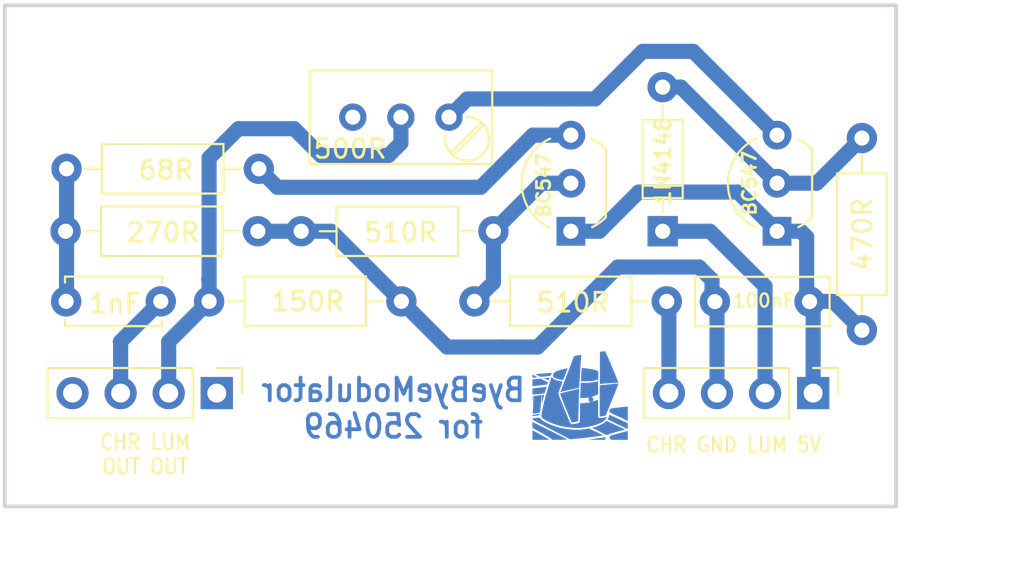
<source format=kicad_pcb>
(kicad_pcb (version 20171130) (host pcbnew "(5.0.2)-1")

  (general
    (thickness 1.6)
    (drawings 9)
    (tracks 65)
    (zones 0)
    (modules 15)
    (nets 14)
  )

  (page A4)
  (layers
    (0 F.Cu signal)
    (31 B.Cu signal)
    (32 B.Adhes user)
    (33 F.Adhes user)
    (34 B.Paste user)
    (35 F.Paste user)
    (36 B.SilkS user)
    (37 F.SilkS user)
    (38 B.Mask user)
    (39 F.Mask user)
    (40 Dwgs.User user)
    (41 Cmts.User user)
    (42 Eco1.User user)
    (43 Eco2.User user)
    (44 Edge.Cuts user)
    (45 Margin user)
    (46 B.CrtYd user)
    (47 F.CrtYd user)
    (48 B.Fab user)
    (49 F.Fab user)
  )

  (setup
    (last_trace_width 0.8)
    (trace_clearance 0.2)
    (zone_clearance 0.508)
    (zone_45_only no)
    (trace_min 0.2)
    (segment_width 0.2)
    (edge_width 0.15)
    (via_size 0.8)
    (via_drill 0.4)
    (via_min_size 0.4)
    (via_min_drill 0.3)
    (uvia_size 0.3)
    (uvia_drill 0.1)
    (uvias_allowed no)
    (uvia_min_size 0.2)
    (uvia_min_drill 0.1)
    (pcb_text_width 0.3)
    (pcb_text_size 1.5 1.5)
    (mod_edge_width 0.15)
    (mod_text_size 1 1)
    (mod_text_width 0.15)
    (pad_size 1.524 1.524)
    (pad_drill 0.762)
    (pad_to_mask_clearance 0.051)
    (solder_mask_min_width 0.25)
    (aux_axis_origin 0 0)
    (visible_elements 7FFFFFFF)
    (pcbplotparams
      (layerselection 0x00000_fffffffe)
      (usegerberextensions false)
      (usegerberattributes false)
      (usegerberadvancedattributes false)
      (creategerberjobfile false)
      (excludeedgelayer true)
      (linewidth 0.100000)
      (plotframeref false)
      (viasonmask false)
      (mode 1)
      (useauxorigin false)
      (hpglpennumber 1)
      (hpglpenspeed 20)
      (hpglpendiameter 15.000000)
      (psnegative false)
      (psa4output false)
      (plotreference true)
      (plotvalue true)
      (plotinvisibletext false)
      (padsonsilk false)
      (subtractmaskfromsilk false)
      (outputformat 5)
      (mirror false)
      (drillshape 1)
      (scaleselection 1)
      (outputdirectory "svg/"))
  )

  (net 0 "")
  (net 1 +5V)
  (net 2 "Net-(Q1-Pad3)")
  (net 3 "Net-(D1-Pad2)")
  (net 4 "Net-(Q2-Pad2)")
  (net 5 "Net-(Q2-Pad3)")
  (net 6 "Net-(J2-Pad2)")
  (net 7 GND)
  (net 8 "Net-(C2-Pad2)")
  (net 9 "Net-(J1-Pad4)")
  (net 10 "Net-(D1-Pad1)")
  (net 11 "Net-(C2-Pad1)")
  (net 12 "Net-(J2-Pad4)")
  (net 13 "Net-(J2-Pad1)")

  (net_class Default "This is the default net class."
    (clearance 0.2)
    (trace_width 0.8)
    (via_dia 0.8)
    (via_drill 0.4)
    (uvia_dia 0.3)
    (uvia_drill 0.1)
    (add_net +5V)
    (add_net GND)
    (add_net "Net-(C2-Pad1)")
    (add_net "Net-(C2-Pad2)")
    (add_net "Net-(D1-Pad1)")
    (add_net "Net-(D1-Pad2)")
    (add_net "Net-(J1-Pad4)")
    (add_net "Net-(J2-Pad1)")
    (add_net "Net-(J2-Pad2)")
    (add_net "Net-(J2-Pad4)")
    (add_net "Net-(Q1-Pad3)")
    (add_net "Net-(Q2-Pad2)")
    (add_net "Net-(Q2-Pad3)")
  )

  (module Capacitors_THT:C_Rect_L7.0mm_W2.5mm_P5.00mm (layer F.Cu) (tedit 5C618C51) (tstamp 5C620DB7)
    (at 63.3984 48.3108 180)
    (descr "C, Rect series, Radial, pin pitch=5.00mm, , length*width=7*2.5mm^2, Capacitor")
    (tags "C Rect series Radial pin pitch 5.00mm  length 7mm width 2.5mm Capacitor")
    (path /5C58E836)
    (fp_text reference C1 (at 5.334 2.1844 180) (layer F.SilkS) hide
      (effects (font (size 1 1) (thickness 0.15)))
    )
    (fp_text value 100nF (at 2.4384 0.0508 180) (layer F.SilkS)
      (effects (font (size 0.7 0.7) (thickness 0.125)))
    )
    (fp_text user %R (at 2.5 0 180) (layer F.Fab) hide
      (effects (font (size 1 1) (thickness 0.15)))
    )
    (fp_line (start 6.35 -1.6) (end -1.35 -1.6) (layer F.CrtYd) (width 0.05))
    (fp_line (start 6.35 1.6) (end 6.35 -1.6) (layer F.CrtYd) (width 0.05))
    (fp_line (start -1.35 1.6) (end 6.35 1.6) (layer F.CrtYd) (width 0.05))
    (fp_line (start -1.35 -1.6) (end -1.35 1.6) (layer F.CrtYd) (width 0.05))
    (fp_line (start 6.06 -1.31) (end 6.06 1.31) (layer F.SilkS) (width 0.12))
    (fp_line (start -1.06 -1.31) (end -1.06 1.31) (layer F.SilkS) (width 0.12))
    (fp_line (start -1.06 1.31) (end 6.06 1.31) (layer F.SilkS) (width 0.12))
    (fp_line (start -1.06 -1.31) (end 6.06 -1.31) (layer F.SilkS) (width 0.12))
    (fp_line (start 6 -1.25) (end -1 -1.25) (layer F.Fab) (width 0.1))
    (fp_line (start 6 1.25) (end 6 -1.25) (layer F.Fab) (width 0.1))
    (fp_line (start -1 1.25) (end 6 1.25) (layer F.Fab) (width 0.1))
    (fp_line (start -1 -1.25) (end -1 1.25) (layer F.Fab) (width 0.1))
    (pad 2 thru_hole circle (at 5 0 180) (size 1.6 1.6) (drill 0.8) (layers *.Cu *.Mask)
      (net 7 GND))
    (pad 1 thru_hole circle (at 0 0 180) (size 1.6 1.6) (drill 0.8) (layers *.Cu *.Mask)
      (net 1 +5V))
    (model ${KISYS3DMOD}/Capacitors_THT.3dshapes/C_Rect_L7.0mm_W2.5mm_P5.00mm.wrl
      (at (xyz 0 0 0))
      (scale (xyz 1 1 1))
      (rotate (xyz 0 0 0))
    )
  )

  (module Potentiometers:Potentiometer_Trimmer_Bourns_3296W (layer F.Cu) (tedit 5C590630) (tstamp 5C5AE393)
    (at 44.3484 38.5572)
    (descr "Spindle Trimmer Potentiometer, Bourns 3296W, https://www.bourns.com/pdfs/3296.pdf")
    (tags "Spindle Trimmer Potentiometer   Bourns 3296W")
    (path /5C59BEAC)
    (fp_text reference R3 (at -8.7376 -0.127) (layer F.SilkS) hide
      (effects (font (size 1 1) (thickness 0.15)))
    )
    (fp_text value 500R (at -5.2197 1.6764) (layer F.SilkS)
      (effects (font (size 1 1) (thickness 0.15)))
    )
    (fp_line (start 2.5 -2.7) (end -7.6 -2.7) (layer F.CrtYd) (width 0.05))
    (fp_line (start 2.5 2.7) (end 2.5 -2.7) (layer F.CrtYd) (width 0.05))
    (fp_line (start -7.6 2.7) (end 2.5 2.7) (layer F.CrtYd) (width 0.05))
    (fp_line (start -7.6 -2.7) (end -7.6 2.7) (layer F.CrtYd) (width 0.05))
    (fp_line (start 1.691 0.275) (end 0.079 1.885) (layer F.SilkS) (width 0.12))
    (fp_line (start 1.831 0.416) (end 0.22 2.026) (layer F.SilkS) (width 0.12))
    (fp_line (start 2.285 -2.47) (end 2.285 2.481) (layer F.SilkS) (width 0.12))
    (fp_line (start -7.365 -2.47) (end -7.365 2.481) (layer F.SilkS) (width 0.12))
    (fp_line (start -7.365 2.481) (end 2.285 2.481) (layer F.SilkS) (width 0.12))
    (fp_line (start -7.365 -2.47) (end 2.285 -2.47) (layer F.SilkS) (width 0.12))
    (fp_line (start 1.652 0.32) (end 0.125 1.847) (layer F.Fab) (width 0.1))
    (fp_line (start 1.786 0.454) (end 0.259 1.981) (layer F.Fab) (width 0.1))
    (fp_line (start 2.225 -2.41) (end -7.305 -2.41) (layer F.Fab) (width 0.1))
    (fp_line (start 2.225 2.42) (end 2.225 -2.41) (layer F.Fab) (width 0.1))
    (fp_line (start -7.305 2.42) (end 2.225 2.42) (layer F.Fab) (width 0.1))
    (fp_line (start -7.305 -2.41) (end -7.305 2.42) (layer F.Fab) (width 0.1))
    (fp_circle (center 0.955 1.15) (end 2.05 1.15) (layer F.Fab) (width 0.1))
    (fp_arc (start 0.955 1.15) (end -0.174 0.91) (angle -103) (layer F.SilkS) (width 0.12))
    (fp_arc (start 0.955 1.15) (end 0.955 2.305) (angle -182) (layer F.SilkS) (width 0.12))
    (pad 3 thru_hole circle (at -5.08 0) (size 1.44 1.44) (drill 0.8) (layers *.Cu *.Mask))
    (pad 2 thru_hole circle (at -2.54 0) (size 1.44 1.44) (drill 0.8) (layers *.Cu *.Mask)
      (net 6 "Net-(J2-Pad2)"))
    (pad 1 thru_hole circle (at 0 0) (size 1.44 1.44) (drill 0.8) (layers *.Cu *.Mask)
      (net 2 "Net-(Q1-Pad3)"))
    (model Potentiometers.3dshapes/Potentiometer_Trimmer_Bourns_3296W.wrl
      (at (xyz 0 0 0))
      (scale (xyz 1 1 1))
      (rotate (xyz 0 0 -90))
    )
  )

  (module Capacitors_THT:C_Disc_D5.0mm_W2.5mm_P5.00mm (layer F.Cu) (tedit 5C618AC1) (tstamp 5C59D531)
    (at 29.1211 48.2981 180)
    (descr "C, Disc series, Radial, pin pitch=5.00mm, , diameter*width=5*2.5mm^2, Capacitor, http://cdn-reichelt.de/documents/datenblatt/B300/DS_KERKO_TC.pdf")
    (tags "C Disc series Radial pin pitch 5.00mm  diameter 5mm width 2.5mm Capacitor")
    (path /5C58E8CC)
    (fp_text reference C2 (at 7.4041 0 180) (layer F.Fab) hide
      (effects (font (size 1 1) (thickness 0.15)))
    )
    (fp_text value 1nF (at 2.4257 -0.1143 180) (layer F.SilkS)
      (effects (font (size 1 1) (thickness 0.15)))
    )
    (fp_line (start 0 -1.25) (end 0 1.25) (layer F.Fab) (width 0.1))
    (fp_line (start 0 1.25) (end 5 1.25) (layer F.Fab) (width 0.1))
    (fp_line (start 5 1.25) (end 5 -1.25) (layer F.Fab) (width 0.1))
    (fp_line (start 5 -1.25) (end 0 -1.25) (layer F.Fab) (width 0.1))
    (fp_line (start -0.06 -1.31) (end 5.06 -1.31) (layer F.SilkS) (width 0.12))
    (fp_line (start -0.06 1.31) (end 5.06 1.31) (layer F.SilkS) (width 0.12))
    (fp_line (start -0.06 -1.31) (end -0.06 -0.996) (layer F.SilkS) (width 0.12))
    (fp_line (start -0.06 0.996) (end -0.06 1.31) (layer F.SilkS) (width 0.12))
    (fp_line (start 5.06 -1.31) (end 5.06 -0.996) (layer F.SilkS) (width 0.12))
    (fp_line (start 5.06 0.996) (end 5.06 1.31) (layer F.SilkS) (width 0.12))
    (fp_line (start -1.05 -1.6) (end -1.05 1.6) (layer F.CrtYd) (width 0.05))
    (fp_line (start -1.05 1.6) (end 6.05 1.6) (layer F.CrtYd) (width 0.05))
    (fp_line (start 6.05 1.6) (end 6.05 -1.6) (layer F.CrtYd) (width 0.05))
    (fp_line (start 6.05 -1.6) (end -1.05 -1.6) (layer F.CrtYd) (width 0.05))
    (fp_text user %R (at 7.3279 0.0381 180) (layer F.Fab) hide
      (effects (font (size 1 1) (thickness 0.15)))
    )
    (pad 1 thru_hole circle (at 0 0 180) (size 1.6 1.6) (drill 0.8) (layers *.Cu *.Mask)
      (net 11 "Net-(C2-Pad1)"))
    (pad 2 thru_hole circle (at 5 0 180) (size 1.6 1.6) (drill 0.8) (layers *.Cu *.Mask)
      (net 8 "Net-(C2-Pad2)"))
    (model ${KISYS3DMOD}/Capacitors_THT.3dshapes/C_Disc_D5.0mm_W2.5mm_P5.00mm.wrl
      (at (xyz 0 0 0))
      (scale (xyz 1 1 1))
      (rotate (xyz 0 0 0))
    )
  )

  (module Diodes_THT:D_DO-35_SOD27_P7.62mm_Horizontal (layer F.Cu) (tedit 5C618B0F) (tstamp 5C59D507)
    (at 55.6387 44.5897 90)
    (descr "D, DO-35_SOD27 series, Axial, Horizontal, pin pitch=7.62mm, , length*diameter=4*2mm^2, , http://www.diodes.com/_files/packages/DO-35.pdf")
    (tags "D DO-35_SOD27 series Axial Horizontal pin pitch 7.62mm  length 4mm diameter 2mm")
    (path /5C58E74E)
    (fp_text reference D1 (at 3.81 -2.06 90) (layer F.SilkS) hide
      (effects (font (size 1 1) (thickness 0.15)))
    )
    (fp_text value 1N4148 (at 3.7084 0.0127 90) (layer F.SilkS)
      (effects (font (size 0.8 0.8) (thickness 0.15)))
    )
    (fp_line (start 8.7 -1.35) (end -1.05 -1.35) (layer F.CrtYd) (width 0.05))
    (fp_line (start 8.7 1.35) (end 8.7 -1.35) (layer F.CrtYd) (width 0.05))
    (fp_line (start -1.05 1.35) (end 8.7 1.35) (layer F.CrtYd) (width 0.05))
    (fp_line (start -1.05 -1.35) (end -1.05 1.35) (layer F.CrtYd) (width 0.05))
    (fp_line (start 2.41 -1.06) (end 2.41 1.06) (layer F.SilkS) (width 0.12))
    (fp_line (start 6.64 0) (end 5.87 0) (layer F.SilkS) (width 0.12))
    (fp_line (start 0.98 0) (end 1.75 0) (layer F.SilkS) (width 0.12))
    (fp_line (start 5.87 -1.06) (end 1.75 -1.06) (layer F.SilkS) (width 0.12))
    (fp_line (start 5.87 1.06) (end 5.87 -1.06) (layer F.SilkS) (width 0.12))
    (fp_line (start 1.75 1.06) (end 5.87 1.06) (layer F.SilkS) (width 0.12))
    (fp_line (start 1.75 -1.06) (end 1.75 1.06) (layer F.SilkS) (width 0.12))
    (fp_line (start 2.41 -1) (end 2.41 1) (layer F.Fab) (width 0.1))
    (fp_line (start 7.62 0) (end 5.81 0) (layer F.Fab) (width 0.1))
    (fp_line (start 0 0) (end 1.81 0) (layer F.Fab) (width 0.1))
    (fp_line (start 5.81 -1) (end 1.81 -1) (layer F.Fab) (width 0.1))
    (fp_line (start 5.81 1) (end 5.81 -1) (layer F.Fab) (width 0.1))
    (fp_line (start 1.81 1) (end 5.81 1) (layer F.Fab) (width 0.1))
    (fp_line (start 1.81 -1) (end 1.81 1) (layer F.Fab) (width 0.1))
    (fp_text user %R (at 3.8989 -1.9431 90) (layer F.Fab) hide
      (effects (font (size 1 1) (thickness 0.15)))
    )
    (pad 2 thru_hole oval (at 7.62 0 90) (size 1.6 1.6) (drill 0.8) (layers *.Cu *.Mask)
      (net 3 "Net-(D1-Pad2)"))
    (pad 1 thru_hole rect (at 0 0 90) (size 1.6 1.6) (drill 0.8) (layers *.Cu *.Mask)
      (net 10 "Net-(D1-Pad1)"))
    (model ${KISYS3DMOD}/Diodes_THT.3dshapes/D_DO-35_SOD27_P7.62mm_Horizontal.wrl
      (at (xyz 0 0 0))
      (scale (xyz 0.393701 0.393701 0.393701))
      (rotate (xyz 0 0 0))
    )
  )

  (module Pin_Headers:Pin_Header_Straight_1x04_Pitch2.54mm locked (layer F.Cu) (tedit 5C618AC9) (tstamp 5C59D4EE)
    (at 32.0802 53.15 270)
    (descr "Through hole straight pin header, 1x04, 2.54mm pitch, single row")
    (tags "Through hole pin header THT 1x04 2.54mm single row")
    (path /5C58EF3D)
    (fp_text reference J2 (at 0 -2.33 270) (layer F.SilkS) hide
      (effects (font (size 1 1) (thickness 0.15)))
    )
    (fp_text value OUTPUT (at 0 9.95 270) (layer F.Fab)
      (effects (font (size 1 1) (thickness 0.15)))
    )
    (fp_line (start -0.635 -1.27) (end 1.27 -1.27) (layer F.Fab) (width 0.1))
    (fp_line (start 1.27 -1.27) (end 1.27 8.89) (layer F.Fab) (width 0.1))
    (fp_line (start 1.27 8.89) (end -1.27 8.89) (layer F.Fab) (width 0.1))
    (fp_line (start -1.27 8.89) (end -1.27 -0.635) (layer F.Fab) (width 0.1))
    (fp_line (start -1.27 -0.635) (end -0.635 -1.27) (layer F.Fab) (width 0.1))
    (fp_line (start -1.33 8.95) (end 1.33 8.95) (layer F.SilkS) (width 0.12))
    (fp_line (start -1.33 1.27) (end -1.33 8.95) (layer F.SilkS) (width 0.12))
    (fp_line (start 1.33 1.27) (end 1.33 8.95) (layer F.SilkS) (width 0.12))
    (fp_line (start -1.33 1.27) (end 1.33 1.27) (layer F.SilkS) (width 0.12))
    (fp_line (start -1.33 0) (end -1.33 -1.33) (layer F.SilkS) (width 0.12))
    (fp_line (start -1.33 -1.33) (end 0 -1.33) (layer F.SilkS) (width 0.12))
    (fp_line (start -1.8 -1.8) (end -1.8 9.4) (layer F.CrtYd) (width 0.05))
    (fp_line (start -1.8 9.4) (end 1.8 9.4) (layer F.CrtYd) (width 0.05))
    (fp_line (start 1.8 9.4) (end 1.8 -1.8) (layer F.CrtYd) (width 0.05))
    (fp_line (start 1.8 -1.8) (end -1.8 -1.8) (layer F.CrtYd) (width 0.05))
    (fp_text user %R (at 0 3.81) (layer F.Fab) hide
      (effects (font (size 1 1) (thickness 0.15)))
    )
    (pad 1 thru_hole rect (at 0 0 270) (size 1.7 1.7) (drill 1) (layers *.Cu *.Mask)
      (net 13 "Net-(J2-Pad1)"))
    (pad 2 thru_hole oval (at 0 2.54 270) (size 1.7 1.7) (drill 1) (layers *.Cu *.Mask)
      (net 6 "Net-(J2-Pad2)"))
    (pad 3 thru_hole oval (at 0 5.08 270) (size 1.7 1.7) (drill 1) (layers *.Cu *.Mask)
      (net 11 "Net-(C2-Pad1)"))
    (pad 4 thru_hole oval (at 0 7.62 270) (size 1.7 1.7) (drill 1) (layers *.Cu *.Mask)
      (net 12 "Net-(J2-Pad4)"))
    (model ${KISYS3DMOD}/Pin_Headers.3dshapes/Pin_Header_Straight_1x04_Pitch2.54mm.wrl
      (offset (xyz 0 0 -8.5))
      (scale (xyz 1 1 1))
      (rotate (xyz 0 0 0))
    )
  )

  (module Pin_Headers:Pin_Header_Straight_1x04_Pitch2.54mm locked (layer F.Cu) (tedit 5C618B02) (tstamp 5C59D4D6)
    (at 63.5889 53.15 270)
    (descr "Through hole straight pin header, 1x04, 2.54mm pitch, single row")
    (tags "Through hole pin header THT 1x04 2.54mm single row")
    (path /5C58EE8B)
    (fp_text reference J1 (at 0 -2.33 270) (layer F.SilkS) hide
      (effects (font (size 1 1) (thickness 0.15)))
    )
    (fp_text value INPUT (at 0 9.95 270) (layer F.Fab)
      (effects (font (size 1 1) (thickness 0.15)))
    )
    (fp_text user %R (at 0 3.81) (layer F.Fab) hide
      (effects (font (size 1 1) (thickness 0.15)))
    )
    (fp_line (start 1.8 -1.8) (end -1.8 -1.8) (layer F.CrtYd) (width 0.05))
    (fp_line (start 1.8 9.4) (end 1.8 -1.8) (layer F.CrtYd) (width 0.05))
    (fp_line (start -1.8 9.4) (end 1.8 9.4) (layer F.CrtYd) (width 0.05))
    (fp_line (start -1.8 -1.8) (end -1.8 9.4) (layer F.CrtYd) (width 0.05))
    (fp_line (start -1.33 -1.33) (end 0 -1.33) (layer F.SilkS) (width 0.12))
    (fp_line (start -1.33 0) (end -1.33 -1.33) (layer F.SilkS) (width 0.12))
    (fp_line (start -1.33 1.27) (end 1.33 1.27) (layer F.SilkS) (width 0.12))
    (fp_line (start 1.33 1.27) (end 1.33 8.95) (layer F.SilkS) (width 0.12))
    (fp_line (start -1.33 1.27) (end -1.33 8.95) (layer F.SilkS) (width 0.12))
    (fp_line (start -1.33 8.95) (end 1.33 8.95) (layer F.SilkS) (width 0.12))
    (fp_line (start -1.27 -0.635) (end -0.635 -1.27) (layer F.Fab) (width 0.1))
    (fp_line (start -1.27 8.89) (end -1.27 -0.635) (layer F.Fab) (width 0.1))
    (fp_line (start 1.27 8.89) (end -1.27 8.89) (layer F.Fab) (width 0.1))
    (fp_line (start 1.27 -1.27) (end 1.27 8.89) (layer F.Fab) (width 0.1))
    (fp_line (start -0.635 -1.27) (end 1.27 -1.27) (layer F.Fab) (width 0.1))
    (pad 4 thru_hole oval (at 0 7.62 270) (size 1.7 1.7) (drill 1) (layers *.Cu *.Mask)
      (net 9 "Net-(J1-Pad4)"))
    (pad 3 thru_hole oval (at 0 5.08 270) (size 1.7 1.7) (drill 1) (layers *.Cu *.Mask)
      (net 7 GND))
    (pad 2 thru_hole oval (at 0 2.54 270) (size 1.7 1.7) (drill 1) (layers *.Cu *.Mask)
      (net 10 "Net-(D1-Pad1)"))
    (pad 1 thru_hole rect (at 0 0 270) (size 1.7 1.7) (drill 1) (layers *.Cu *.Mask)
      (net 1 +5V))
    (model ${KISYS3DMOD}/Pin_Headers.3dshapes/Pin_Header_Straight_1x04_Pitch2.54mm.wrl
      (offset (xyz 0 0 -8.5))
      (scale (xyz 1 1 1))
      (rotate (xyz 0 0 0))
    )
  )

  (module Resistors_THT:R_Axial_DIN0207_L6.3mm_D2.5mm_P10.16mm_Horizontal (layer F.Cu) (tedit 5C618AB1) (tstamp 5C59D4BE)
    (at 24.0919 44.5897)
    (descr "Resistor, Axial_DIN0207 series, Axial, Horizontal, pin pitch=10.16mm, 0.25W = 1/4W, length*diameter=6.3*2.5mm^2, http://cdn-reichelt.de/documents/datenblatt/B400/1_4W%23YAG.pdf")
    (tags "Resistor Axial_DIN0207 series Axial Horizontal pin pitch 10.16mm 0.25W = 1/4W length 6.3mm diameter 2.5mm")
    (path /5C58E4E2)
    (fp_text reference R7 (at -2.4384 0.0762) (layer F.SilkS) hide
      (effects (font (size 1 1) (thickness 0.15)))
    )
    (fp_text value 270R (at 5.1435 0.0635) (layer F.SilkS)
      (effects (font (size 1 1) (thickness 0.15)))
    )
    (fp_line (start 11.25 -1.6) (end -1.05 -1.6) (layer F.CrtYd) (width 0.05))
    (fp_line (start 11.25 1.6) (end 11.25 -1.6) (layer F.CrtYd) (width 0.05))
    (fp_line (start -1.05 1.6) (end 11.25 1.6) (layer F.CrtYd) (width 0.05))
    (fp_line (start -1.05 -1.6) (end -1.05 1.6) (layer F.CrtYd) (width 0.05))
    (fp_line (start 9.18 0) (end 8.29 0) (layer F.SilkS) (width 0.12))
    (fp_line (start 0.98 0) (end 1.87 0) (layer F.SilkS) (width 0.12))
    (fp_line (start 8.29 -1.31) (end 1.87 -1.31) (layer F.SilkS) (width 0.12))
    (fp_line (start 8.29 1.31) (end 8.29 -1.31) (layer F.SilkS) (width 0.12))
    (fp_line (start 1.87 1.31) (end 8.29 1.31) (layer F.SilkS) (width 0.12))
    (fp_line (start 1.87 -1.31) (end 1.87 1.31) (layer F.SilkS) (width 0.12))
    (fp_line (start 10.16 0) (end 8.23 0) (layer F.Fab) (width 0.1))
    (fp_line (start 0 0) (end 1.93 0) (layer F.Fab) (width 0.1))
    (fp_line (start 8.23 -1.25) (end 1.93 -1.25) (layer F.Fab) (width 0.1))
    (fp_line (start 8.23 1.25) (end 8.23 -1.25) (layer F.Fab) (width 0.1))
    (fp_line (start 1.93 1.25) (end 8.23 1.25) (layer F.Fab) (width 0.1))
    (fp_line (start 1.93 -1.25) (end 1.93 1.25) (layer F.Fab) (width 0.1))
    (pad 2 thru_hole oval (at 10.16 0) (size 1.6 1.6) (drill 0.8) (layers *.Cu *.Mask)
      (net 7 GND))
    (pad 1 thru_hole circle (at 0 0) (size 1.6 1.6) (drill 0.8) (layers *.Cu *.Mask)
      (net 8 "Net-(C2-Pad2)"))
    (model ${KISYS3DMOD}/Resistors_THT.3dshapes/R_Axial_DIN0207_L6.3mm_D2.5mm_P10.16mm_Horizontal.wrl
      (at (xyz 0 0 0))
      (scale (xyz 0.393701 0.393701 0.393701))
      (rotate (xyz 0 0 0))
    )
  )

  (module Resistors_THT:R_Axial_DIN0207_L6.3mm_D2.5mm_P10.16mm_Horizontal (layer F.Cu) (tedit 5C590689) (tstamp 5C59D4A8)
    (at 34.3027 41.2877 180)
    (descr "Resistor, Axial_DIN0207 series, Axial, Horizontal, pin pitch=10.16mm, 0.25W = 1/4W, length*diameter=6.3*2.5mm^2, http://cdn-reichelt.de/documents/datenblatt/B400/1_4W%23YAG.pdf")
    (tags "Resistor Axial_DIN0207 series Axial Horizontal pin pitch 10.16mm 0.25W = 1/4W length 6.3mm diameter 2.5mm")
    (path /5C58E46A)
    (fp_text reference R6 (at 12.4968 -0.0381 180) (layer F.SilkS) hide
      (effects (font (size 1 1) (thickness 0.15)))
    )
    (fp_text value 68R (at 4.9022 -0.0635 180) (layer F.SilkS)
      (effects (font (size 1 1) (thickness 0.15)))
    )
    (fp_line (start 1.93 -1.25) (end 1.93 1.25) (layer F.Fab) (width 0.1))
    (fp_line (start 1.93 1.25) (end 8.23 1.25) (layer F.Fab) (width 0.1))
    (fp_line (start 8.23 1.25) (end 8.23 -1.25) (layer F.Fab) (width 0.1))
    (fp_line (start 8.23 -1.25) (end 1.93 -1.25) (layer F.Fab) (width 0.1))
    (fp_line (start 0 0) (end 1.93 0) (layer F.Fab) (width 0.1))
    (fp_line (start 10.16 0) (end 8.23 0) (layer F.Fab) (width 0.1))
    (fp_line (start 1.87 -1.31) (end 1.87 1.31) (layer F.SilkS) (width 0.12))
    (fp_line (start 1.87 1.31) (end 8.29 1.31) (layer F.SilkS) (width 0.12))
    (fp_line (start 8.29 1.31) (end 8.29 -1.31) (layer F.SilkS) (width 0.12))
    (fp_line (start 8.29 -1.31) (end 1.87 -1.31) (layer F.SilkS) (width 0.12))
    (fp_line (start 0.98 0) (end 1.87 0) (layer F.SilkS) (width 0.12))
    (fp_line (start 9.18 0) (end 8.29 0) (layer F.SilkS) (width 0.12))
    (fp_line (start -1.05 -1.6) (end -1.05 1.6) (layer F.CrtYd) (width 0.05))
    (fp_line (start -1.05 1.6) (end 11.25 1.6) (layer F.CrtYd) (width 0.05))
    (fp_line (start 11.25 1.6) (end 11.25 -1.6) (layer F.CrtYd) (width 0.05))
    (fp_line (start 11.25 -1.6) (end -1.05 -1.6) (layer F.CrtYd) (width 0.05))
    (pad 1 thru_hole circle (at 0 0 180) (size 1.6 1.6) (drill 0.8) (layers *.Cu *.Mask)
      (net 5 "Net-(Q2-Pad3)"))
    (pad 2 thru_hole oval (at 10.16 0 180) (size 1.6 1.6) (drill 0.8) (layers *.Cu *.Mask)
      (net 8 "Net-(C2-Pad2)"))
    (model ${KISYS3DMOD}/Resistors_THT.3dshapes/R_Axial_DIN0207_L6.3mm_D2.5mm_P10.16mm_Horizontal.wrl
      (at (xyz 0 0 0))
      (scale (xyz 0.393701 0.393701 0.393701))
      (rotate (xyz 0 0 0))
    )
  )

  (module Resistors_THT:R_Axial_DIN0207_L6.3mm_D2.5mm_P10.16mm_Horizontal (layer F.Cu) (tedit 5C59067A) (tstamp 5C59D492)
    (at 31.6738 48.2981)
    (descr "Resistor, Axial_DIN0207 series, Axial, Horizontal, pin pitch=10.16mm, 0.25W = 1/4W, length*diameter=6.3*2.5mm^2, http://cdn-reichelt.de/documents/datenblatt/B400/1_4W%23YAG.pdf")
    (tags "Resistor Axial_DIN0207 series Axial Horizontal pin pitch 10.16mm 0.25W = 1/4W length 6.3mm diameter 2.5mm")
    (path /5C58E63D)
    (fp_text reference R5 (at 5.2578 2.3622) (layer F.SilkS) hide
      (effects (font (size 1 1) (thickness 0.15)))
    )
    (fp_text value 150R (at 5.207 0.0127) (layer F.SilkS)
      (effects (font (size 1 1) (thickness 0.15)))
    )
    (fp_line (start 11.25 -1.6) (end -1.05 -1.6) (layer F.CrtYd) (width 0.05))
    (fp_line (start 11.25 1.6) (end 11.25 -1.6) (layer F.CrtYd) (width 0.05))
    (fp_line (start -1.05 1.6) (end 11.25 1.6) (layer F.CrtYd) (width 0.05))
    (fp_line (start -1.05 -1.6) (end -1.05 1.6) (layer F.CrtYd) (width 0.05))
    (fp_line (start 9.18 0) (end 8.29 0) (layer F.SilkS) (width 0.12))
    (fp_line (start 0.98 0) (end 1.87 0) (layer F.SilkS) (width 0.12))
    (fp_line (start 8.29 -1.31) (end 1.87 -1.31) (layer F.SilkS) (width 0.12))
    (fp_line (start 8.29 1.31) (end 8.29 -1.31) (layer F.SilkS) (width 0.12))
    (fp_line (start 1.87 1.31) (end 8.29 1.31) (layer F.SilkS) (width 0.12))
    (fp_line (start 1.87 -1.31) (end 1.87 1.31) (layer F.SilkS) (width 0.12))
    (fp_line (start 10.16 0) (end 8.23 0) (layer F.Fab) (width 0.1))
    (fp_line (start 0 0) (end 1.93 0) (layer F.Fab) (width 0.1))
    (fp_line (start 8.23 -1.25) (end 1.93 -1.25) (layer F.Fab) (width 0.1))
    (fp_line (start 8.23 1.25) (end 8.23 -1.25) (layer F.Fab) (width 0.1))
    (fp_line (start 1.93 1.25) (end 8.23 1.25) (layer F.Fab) (width 0.1))
    (fp_line (start 1.93 -1.25) (end 1.93 1.25) (layer F.Fab) (width 0.1))
    (pad 2 thru_hole oval (at 10.16 0) (size 1.6 1.6) (drill 0.8) (layers *.Cu *.Mask)
      (net 7 GND))
    (pad 1 thru_hole circle (at 0 0) (size 1.6 1.6) (drill 0.8) (layers *.Cu *.Mask)
      (net 6 "Net-(J2-Pad2)"))
    (model ${KISYS3DMOD}/Resistors_THT.3dshapes/R_Axial_DIN0207_L6.3mm_D2.5mm_P10.16mm_Horizontal.wrl
      (at (xyz 0 0 0))
      (scale (xyz 0.393701 0.393701 0.393701))
      (rotate (xyz 0 0 0))
    )
  )

  (module Resistors_THT:R_Axial_DIN0207_L6.3mm_D2.5mm_P10.16mm_Horizontal (layer F.Cu) (tedit 5C59066E) (tstamp 5C59D47C)
    (at 46.6979 44.5897 180)
    (descr "Resistor, Axial_DIN0207 series, Axial, Horizontal, pin pitch=10.16mm, 0.25W = 1/4W, length*diameter=6.3*2.5mm^2, http://cdn-reichelt.de/documents/datenblatt/B400/1_4W%23YAG.pdf")
    (tags "Resistor Axial_DIN0207 series Axial Horizontal pin pitch 10.16mm 0.25W = 1/4W length 6.3mm diameter 2.5mm")
    (path /5C58E590)
    (fp_text reference R4 (at 5.0038 2.3876 180) (layer F.SilkS) hide
      (effects (font (size 1 1) (thickness 0.15)))
    )
    (fp_text value 510R (at 4.9022 -0.0635 180) (layer F.SilkS)
      (effects (font (size 1 1) (thickness 0.15)))
    )
    (fp_line (start 1.93 -1.25) (end 1.93 1.25) (layer F.Fab) (width 0.1))
    (fp_line (start 1.93 1.25) (end 8.23 1.25) (layer F.Fab) (width 0.1))
    (fp_line (start 8.23 1.25) (end 8.23 -1.25) (layer F.Fab) (width 0.1))
    (fp_line (start 8.23 -1.25) (end 1.93 -1.25) (layer F.Fab) (width 0.1))
    (fp_line (start 0 0) (end 1.93 0) (layer F.Fab) (width 0.1))
    (fp_line (start 10.16 0) (end 8.23 0) (layer F.Fab) (width 0.1))
    (fp_line (start 1.87 -1.31) (end 1.87 1.31) (layer F.SilkS) (width 0.12))
    (fp_line (start 1.87 1.31) (end 8.29 1.31) (layer F.SilkS) (width 0.12))
    (fp_line (start 8.29 1.31) (end 8.29 -1.31) (layer F.SilkS) (width 0.12))
    (fp_line (start 8.29 -1.31) (end 1.87 -1.31) (layer F.SilkS) (width 0.12))
    (fp_line (start 0.98 0) (end 1.87 0) (layer F.SilkS) (width 0.12))
    (fp_line (start 9.18 0) (end 8.29 0) (layer F.SilkS) (width 0.12))
    (fp_line (start -1.05 -1.6) (end -1.05 1.6) (layer F.CrtYd) (width 0.05))
    (fp_line (start -1.05 1.6) (end 11.25 1.6) (layer F.CrtYd) (width 0.05))
    (fp_line (start 11.25 1.6) (end 11.25 -1.6) (layer F.CrtYd) (width 0.05))
    (fp_line (start 11.25 -1.6) (end -1.05 -1.6) (layer F.CrtYd) (width 0.05))
    (pad 1 thru_hole circle (at 0 0 180) (size 1.6 1.6) (drill 0.8) (layers *.Cu *.Mask)
      (net 4 "Net-(Q2-Pad2)"))
    (pad 2 thru_hole oval (at 10.16 0 180) (size 1.6 1.6) (drill 0.8) (layers *.Cu *.Mask)
      (net 7 GND))
    (model ${KISYS3DMOD}/Resistors_THT.3dshapes/R_Axial_DIN0207_L6.3mm_D2.5mm_P10.16mm_Horizontal.wrl
      (at (xyz 0 0 0))
      (scale (xyz 0.393701 0.393701 0.393701))
      (rotate (xyz 0 0 0))
    )
  )

  (module Resistors_THT:R_Axial_DIN0207_L6.3mm_D2.5mm_P10.16mm_Horizontal (layer F.Cu) (tedit 5C5906BD) (tstamp 5C59D450)
    (at 55.8546 48.2981 180)
    (descr "Resistor, Axial_DIN0207 series, Axial, Horizontal, pin pitch=10.16mm, 0.25W = 1/4W, length*diameter=6.3*2.5mm^2, http://cdn-reichelt.de/documents/datenblatt/B400/1_4W%23YAG.pdf")
    (tags "Resistor Axial_DIN0207 series Axial Horizontal pin pitch 10.16mm 0.25W = 1/4W length 6.3mm diameter 2.5mm")
    (path /5C58E38C)
    (fp_text reference R2 (at 5.1054 -2.4511 180) (layer F.SilkS) hide
      (effects (font (size 1 1) (thickness 0.15)))
    )
    (fp_text value 510R (at 4.953 -0.0635 180) (layer F.SilkS)
      (effects (font (size 1 1) (thickness 0.15)))
    )
    (fp_line (start 1.93 -1.25) (end 1.93 1.25) (layer F.Fab) (width 0.1))
    (fp_line (start 1.93 1.25) (end 8.23 1.25) (layer F.Fab) (width 0.1))
    (fp_line (start 8.23 1.25) (end 8.23 -1.25) (layer F.Fab) (width 0.1))
    (fp_line (start 8.23 -1.25) (end 1.93 -1.25) (layer F.Fab) (width 0.1))
    (fp_line (start 0 0) (end 1.93 0) (layer F.Fab) (width 0.1))
    (fp_line (start 10.16 0) (end 8.23 0) (layer F.Fab) (width 0.1))
    (fp_line (start 1.87 -1.31) (end 1.87 1.31) (layer F.SilkS) (width 0.12))
    (fp_line (start 1.87 1.31) (end 8.29 1.31) (layer F.SilkS) (width 0.12))
    (fp_line (start 8.29 1.31) (end 8.29 -1.31) (layer F.SilkS) (width 0.12))
    (fp_line (start 8.29 -1.31) (end 1.87 -1.31) (layer F.SilkS) (width 0.12))
    (fp_line (start 0.98 0) (end 1.87 0) (layer F.SilkS) (width 0.12))
    (fp_line (start 9.18 0) (end 8.29 0) (layer F.SilkS) (width 0.12))
    (fp_line (start -1.05 -1.6) (end -1.05 1.6) (layer F.CrtYd) (width 0.05))
    (fp_line (start -1.05 1.6) (end 11.25 1.6) (layer F.CrtYd) (width 0.05))
    (fp_line (start 11.25 1.6) (end 11.25 -1.6) (layer F.CrtYd) (width 0.05))
    (fp_line (start 11.25 -1.6) (end -1.05 -1.6) (layer F.CrtYd) (width 0.05))
    (pad 1 thru_hole circle (at 0 0 180) (size 1.6 1.6) (drill 0.8) (layers *.Cu *.Mask)
      (net 9 "Net-(J1-Pad4)"))
    (pad 2 thru_hole oval (at 10.16 0 180) (size 1.6 1.6) (drill 0.8) (layers *.Cu *.Mask)
      (net 4 "Net-(Q2-Pad2)"))
    (model ${KISYS3DMOD}/Resistors_THT.3dshapes/R_Axial_DIN0207_L6.3mm_D2.5mm_P10.16mm_Horizontal.wrl
      (at (xyz 0 0 0))
      (scale (xyz 0.393701 0.393701 0.393701))
      (rotate (xyz 0 0 0))
    )
  )

  (module Resistors_THT:R_Axial_DIN0207_L6.3mm_D2.5mm_P10.16mm_Horizontal (layer F.Cu) (tedit 5C590742) (tstamp 5C59D43A)
    (at 66.16585 49.8221 90)
    (descr "Resistor, Axial_DIN0207 series, Axial, Horizontal, pin pitch=10.16mm, 0.25W = 1/4W, length*diameter=6.3*2.5mm^2, http://cdn-reichelt.de/documents/datenblatt/B400/1_4W%23YAG.pdf")
    (tags "Resistor Axial_DIN0207 series Axial Horizontal pin pitch 10.16mm 0.25W = 1/4W length 6.3mm diameter 2.5mm")
    (path /5C58E40E)
    (fp_text reference R1 (at 12.2809 -0.02425 90) (layer F.SilkS) hide
      (effects (font (size 1 1) (thickness 0.15)))
    )
    (fp_text value 470R (at 5.0673 0.02655 90) (layer F.SilkS)
      (effects (font (size 1 1) (thickness 0.15)))
    )
    (fp_line (start 11.25 -1.6) (end -1.05 -1.6) (layer F.CrtYd) (width 0.05))
    (fp_line (start 11.25 1.6) (end 11.25 -1.6) (layer F.CrtYd) (width 0.05))
    (fp_line (start -1.05 1.6) (end 11.25 1.6) (layer F.CrtYd) (width 0.05))
    (fp_line (start -1.05 -1.6) (end -1.05 1.6) (layer F.CrtYd) (width 0.05))
    (fp_line (start 9.18 0) (end 8.29 0) (layer F.SilkS) (width 0.12))
    (fp_line (start 0.98 0) (end 1.87 0) (layer F.SilkS) (width 0.12))
    (fp_line (start 8.29 -1.31) (end 1.87 -1.31) (layer F.SilkS) (width 0.12))
    (fp_line (start 8.29 1.31) (end 8.29 -1.31) (layer F.SilkS) (width 0.12))
    (fp_line (start 1.87 1.31) (end 8.29 1.31) (layer F.SilkS) (width 0.12))
    (fp_line (start 1.87 -1.31) (end 1.87 1.31) (layer F.SilkS) (width 0.12))
    (fp_line (start 10.16 0) (end 8.23 0) (layer F.Fab) (width 0.1))
    (fp_line (start 0 0) (end 1.93 0) (layer F.Fab) (width 0.1))
    (fp_line (start 8.23 -1.25) (end 1.93 -1.25) (layer F.Fab) (width 0.1))
    (fp_line (start 8.23 1.25) (end 8.23 -1.25) (layer F.Fab) (width 0.1))
    (fp_line (start 1.93 1.25) (end 8.23 1.25) (layer F.Fab) (width 0.1))
    (fp_line (start 1.93 -1.25) (end 1.93 1.25) (layer F.Fab) (width 0.1))
    (pad 2 thru_hole oval (at 10.16 0 90) (size 1.6 1.6) (drill 0.8) (layers *.Cu *.Mask)
      (net 3 "Net-(D1-Pad2)"))
    (pad 1 thru_hole circle (at 0 0 90) (size 1.6 1.6) (drill 0.8) (layers *.Cu *.Mask)
      (net 1 +5V))
    (model ${KISYS3DMOD}/Resistors_THT.3dshapes/R_Axial_DIN0207_L6.3mm_D2.5mm_P10.16mm_Horizontal.wrl
      (at (xyz 0 0 0))
      (scale (xyz 0.393701 0.393701 0.393701))
      (rotate (xyz 0 0 0))
    )
  )

  (module TO_SOT_Packages_THT:TO-92_Inline_Wide (layer F.Cu) (tedit 5C618ACF) (tstamp 5C59D424)
    (at 50.7873 44.5897 90)
    (descr "TO-92 leads in-line, wide, drill 0.8mm (see NXP sot054_po.pdf)")
    (tags "to-92 sc-43 sc-43a sot54 PA33 transistor")
    (path /5C58E177)
    (fp_text reference Q2 (at 6.8834 1.0668) (layer F.SilkS) hide
      (effects (font (size 1 1) (thickness 0.15)))
    )
    (fp_text value BC547 (at 2.4384 -1.4351 90) (layer F.SilkS)
      (effects (font (size 0.7 0.7) (thickness 0.15)))
    )
    (fp_text user %R (at 2.54 -3.56 270) (layer F.Fab) hide
      (effects (font (size 1 1) (thickness 0.15)))
    )
    (fp_line (start 0.74 1.85) (end 4.34 1.85) (layer F.SilkS) (width 0.12))
    (fp_line (start 0.8 1.75) (end 4.3 1.75) (layer F.Fab) (width 0.1))
    (fp_line (start -1.01 -2.73) (end 6.09 -2.73) (layer F.CrtYd) (width 0.05))
    (fp_line (start -1.01 -2.73) (end -1.01 2.01) (layer F.CrtYd) (width 0.05))
    (fp_line (start 6.09 2.01) (end 6.09 -2.73) (layer F.CrtYd) (width 0.05))
    (fp_line (start 6.09 2.01) (end -1.01 2.01) (layer F.CrtYd) (width 0.05))
    (fp_arc (start 2.54 0) (end 0.74 1.85) (angle 20) (layer F.SilkS) (width 0.12))
    (fp_arc (start 2.54 0) (end 2.54 -2.6) (angle -65) (layer F.SilkS) (width 0.12))
    (fp_arc (start 2.54 0) (end 2.54 -2.6) (angle 65) (layer F.SilkS) (width 0.12))
    (fp_arc (start 2.54 0) (end 2.54 -2.48) (angle 135) (layer F.Fab) (width 0.1))
    (fp_arc (start 2.54 0) (end 2.54 -2.48) (angle -135) (layer F.Fab) (width 0.1))
    (fp_arc (start 2.54 0) (end 4.34 1.85) (angle -20) (layer F.SilkS) (width 0.12))
    (pad 2 thru_hole circle (at 2.54 0 180) (size 1.52 1.52) (drill 0.8) (layers *.Cu *.Mask)
      (net 4 "Net-(Q2-Pad2)"))
    (pad 3 thru_hole circle (at 5.08 0 180) (size 1.52 1.52) (drill 0.8) (layers *.Cu *.Mask)
      (net 5 "Net-(Q2-Pad3)"))
    (pad 1 thru_hole rect (at 0 0 180) (size 1.52 1.52) (drill 0.8) (layers *.Cu *.Mask)
      (net 1 +5V))
    (model ${KISYS3DMOD}/TO_SOT_Packages_THT.3dshapes/TO-92_Inline_Wide.wrl
      (offset (xyz 2.539999961853027 0 0))
      (scale (xyz 1 1 1))
      (rotate (xyz 0 0 -90))
    )
  )

  (module TO_SOT_Packages_THT:TO-92_Inline_Wide (layer F.Cu) (tedit 5C618AD4) (tstamp 5C59D410)
    (at 61.6839 44.5897 90)
    (descr "TO-92 leads in-line, wide, drill 0.8mm (see NXP sot054_po.pdf)")
    (tags "to-92 sc-43 sc-43a sot54 PA33 transistor")
    (path /5C58E110)
    (fp_text reference Q1 (at 6.9469 1.2319) (layer F.SilkS) hide
      (effects (font (size 1 1) (thickness 0.15)))
    )
    (fp_text value BC547 (at 2.54 -1.4605 90) (layer F.SilkS)
      (effects (font (size 0.7 0.7) (thickness 0.15)))
    )
    (fp_arc (start 2.54 0) (end 4.34 1.85) (angle -20) (layer F.SilkS) (width 0.12))
    (fp_arc (start 2.54 0) (end 2.54 -2.48) (angle -135) (layer F.Fab) (width 0.1))
    (fp_arc (start 2.54 0) (end 2.54 -2.48) (angle 135) (layer F.Fab) (width 0.1))
    (fp_arc (start 2.54 0) (end 2.54 -2.6) (angle 65) (layer F.SilkS) (width 0.12))
    (fp_arc (start 2.54 0) (end 2.54 -2.6) (angle -65) (layer F.SilkS) (width 0.12))
    (fp_arc (start 2.54 0) (end 0.74 1.85) (angle 20) (layer F.SilkS) (width 0.12))
    (fp_line (start 6.09 2.01) (end -1.01 2.01) (layer F.CrtYd) (width 0.05))
    (fp_line (start 6.09 2.01) (end 6.09 -2.73) (layer F.CrtYd) (width 0.05))
    (fp_line (start -1.01 -2.73) (end -1.01 2.01) (layer F.CrtYd) (width 0.05))
    (fp_line (start -1.01 -2.73) (end 6.09 -2.73) (layer F.CrtYd) (width 0.05))
    (fp_line (start 0.8 1.75) (end 4.3 1.75) (layer F.Fab) (width 0.1))
    (fp_line (start 0.74 1.85) (end 4.34 1.85) (layer F.SilkS) (width 0.12))
    (fp_text user %R (at 2.54 -3.56 270) (layer F.Fab) hide
      (effects (font (size 1 1) (thickness 0.15)))
    )
    (pad 1 thru_hole rect (at 0 0 180) (size 1.52 1.52) (drill 0.8) (layers *.Cu *.Mask)
      (net 1 +5V))
    (pad 3 thru_hole circle (at 5.08 0 180) (size 1.52 1.52) (drill 0.8) (layers *.Cu *.Mask)
      (net 2 "Net-(Q1-Pad3)"))
    (pad 2 thru_hole circle (at 2.54 0 180) (size 1.52 1.52) (drill 0.8) (layers *.Cu *.Mask)
      (net 3 "Net-(D1-Pad2)"))
    (model ${KISYS3DMOD}/TO_SOT_Packages_THT.3dshapes/TO-92_Inline_Wide.wrl
      (offset (xyz 2.539999961853027 0 0))
      (scale (xyz 1 1 1))
      (rotate (xyz 0 0 -90))
    )
  )

  (module kicad_import:rime_logo_5mm_b_cu (layer F.Cu) (tedit 5C5D8A45) (tstamp 5C621674)
    (at 51.1556 53.3908)
    (fp_text reference G*** (at -0.23 -0.13) (layer F.SilkS) hide
      (effects (font (size 0.1 0.1) (thickness 0.025)))
    )
    (fp_text value rime_logo_5mm_b_cu (at 0.68 0) (layer F.SilkS) hide
      (effects (font (size 0.1 0.1) (thickness 0.025)))
    )
    (fp_poly (pts (xy -1.478392 -1.30377) (xy -1.533688 -1.299464) (xy -1.592445 -1.293383) (xy -1.59795 -1.292727)
      (xy -1.651359 -1.286951) (xy -1.722341 -1.280223) (xy -1.802203 -1.273323) (xy -1.882253 -1.267031)
      (xy -1.893718 -1.26619) (xy -1.968964 -1.260513) (xy -2.04138 -1.254673) (xy -2.103735 -1.24928)
      (xy -2.148801 -1.24494) (xy -2.156258 -1.244121) (xy -2.227969 -1.235914) (xy -2.103616 -1.172622)
      (xy -2.058565 -1.149925) (xy -2.021246 -1.132899) (xy -1.987152 -1.121159) (xy -1.951778 -1.114323)
      (xy -1.910619 -1.112005) (xy -1.859168 -1.113822) (xy -1.79292 -1.119391) (xy -1.707371 -1.128326)
      (xy -1.653196 -1.134238) (xy -1.582491 -1.142252) (xy -1.521699 -1.149685) (xy -1.475316 -1.155945)
      (xy -1.447834 -1.160438) (xy -1.442261 -1.162075) (xy -1.435881 -1.176116) (xy -1.42287 -1.207003)
      (xy -1.410832 -1.23631) (xy -1.382719 -1.305404) (xy -1.437864 -1.305404) (xy -1.478392 -1.30377)) (layer B.Cu) (width 0.01))
    (fp_poly (pts (xy -2.393822 -1.134229) (xy -2.392333 -1.092951) (xy -2.38846 -1.065045) (xy -2.383952 -1.057059)
      (xy -2.366923 -1.059284) (xy -2.330989 -1.063594) (xy -2.283402 -1.069122) (xy -2.275376 -1.070041)
      (xy -2.22528 -1.075951) (xy -2.184404 -1.081116) (xy -2.160707 -1.084525) (xy -2.159315 -1.084784)
      (xy -2.163072 -1.091515) (xy -2.186574 -1.107094) (xy -2.225792 -1.129077) (xy -2.26789 -1.15068)
      (xy -2.393822 -1.213106) (xy -2.393822 -1.134229)) (layer B.Cu) (width 0.01))
    (fp_poly (pts (xy -0.607501 -1.535847) (xy -0.663175 -1.524962) (xy -0.713312 -1.514606) (xy -0.828498 -1.487856)
      (xy -0.937988 -1.456784) (xy -1.037953 -1.422854) (xy -1.124564 -1.387532) (xy -1.193989 -1.352282)
      (xy -1.2424 -1.318571) (xy -1.25298 -1.308179) (xy -1.273085 -1.275219) (xy -1.289993 -1.229318)
      (xy -1.301008 -1.180793) (xy -1.303432 -1.139963) (xy -1.300643 -1.125826) (xy -1.272846 -1.086304)
      (xy -1.220784 -1.049456) (xy -1.146455 -1.016237) (xy -1.051859 -0.987602) (xy -0.977024 -0.971245)
      (xy -0.900961 -0.956821) (xy -0.846745 -0.947126) (xy -0.810325 -0.942184) (xy -0.787651 -0.942016)
      (xy -0.77467 -0.946648) (xy -0.767334 -0.956101) (xy -0.761592 -0.970399) (xy -0.760801 -0.972484)
      (xy -0.751506 -0.996902) (xy -0.734787 -1.040942) (xy -0.712538 -1.099609) (xy -0.686653 -1.167907)
      (xy -0.667602 -1.2182) (xy -0.639358 -1.292327) (xy -0.612411 -1.362237) (xy -0.588947 -1.422314)
      (xy -0.571156 -1.466939) (xy -0.563796 -1.484703) (xy -0.552573 -1.511273) (xy -0.547935 -1.528992)
      (xy -0.553278 -1.538542) (xy -0.572001 -1.5406) (xy -0.607501 -1.535847)) (layer B.Cu) (width 0.01))
    (fp_poly (pts (xy -1.528576 -1.050802) (xy -1.56316 -1.045818) (xy -1.6133 -1.039831) (xy -1.668329 -1.034111)
      (xy -1.669988 -1.033953) (xy -1.768692 -1.024558) (xy -1.689729 -0.988074) (xy -1.627058 -0.959599)
      (xy -1.583977 -0.941698) (xy -1.55645 -0.933342) (xy -1.540438 -0.933506) (xy -1.531906 -0.941163)
      (xy -1.529262 -0.947254) (xy -1.519014 -0.974717) (xy -1.50479 -1.011063) (xy -1.503602 -1.014032)
      (xy -1.485868 -1.058257) (xy -1.528576 -1.050802)) (layer B.Cu) (width 0.01))
    (fp_poly (pts (xy 0.205805 -1.566528) (xy 0.205635 -1.566395) (xy 0.204058 -1.552862) (xy 0.201546 -1.517342)
      (xy 0.198315 -1.464141) (xy 0.194581 -1.397569) (xy 0.190563 -1.321934) (xy 0.186476 -1.241543)
      (xy 0.182537 -1.160704) (xy 0.178963 -1.083727) (xy 0.175972 -1.014918) (xy 0.17378 -0.958587)
      (xy 0.172603 -0.919041) (xy 0.172463 -0.907295) (xy 0.172499 -0.871103) (xy 0.419261 -0.873075)
      (xy 0.499986 -0.873972) (xy 0.57403 -0.875264) (xy 0.636409 -0.876826) (xy 0.682139 -0.878536)
      (xy 0.705504 -0.88017) (xy 0.783085 -0.891876) (xy 0.861346 -0.906529) (xy 0.93325 -0.922584)
      (xy 0.991764 -0.938494) (xy 1.024649 -0.950274) (xy 1.080582 -0.974908) (xy 1.080582 -1.392862)
      (xy 1.024649 -1.420062) (xy 0.981404 -1.439743) (xy 0.938551 -1.455659) (xy 0.889808 -1.46955)
      (xy 0.828893 -1.483156) (xy 0.749524 -1.498217) (xy 0.729567 -1.501791) (xy 0.671698 -1.511399)
      (xy 0.603095 -1.521716) (xy 0.528323 -1.53218) (xy 0.451948 -1.542228) (xy 0.378534 -1.551298)
      (xy 0.312648 -1.558825) (xy 0.258854 -1.564248) (xy 0.221718 -1.567003) (xy 0.205805 -1.566528)) (layer B.Cu) (width 0.01))
    (fp_poly (pts (xy 1.337214 -2.443874) (xy 1.283287 -2.438205) (xy 1.236482 -2.430594) (xy 1.205575 -2.422522)
      (xy 1.202318 -2.421105) (xy 1.172706 -2.406448) (xy 1.172706 -1.579553) (xy 1.172696 -1.434364)
      (xy 1.172665 -1.296984) (xy 1.172615 -1.16967) (xy 1.172549 -1.054681) (xy 1.172468 -0.954275)
      (xy 1.172375 -0.87071) (xy 1.17227 -0.806245) (xy 1.172157 -0.763138) (xy 1.172036 -0.743648)
      (xy 1.172011 -0.742787) (xy 1.175368 -0.735467) (xy 1.189603 -0.732019) (xy 1.219001 -0.732359)
      (xy 1.267849 -0.736401) (xy 1.304313 -0.740144) (xy 1.364901 -0.745867) (xy 1.446742 -0.752536)
      (xy 1.544803 -0.759801) (xy 1.654046 -0.767314) (xy 1.769436 -0.774725) (xy 1.885939 -0.781684)
      (xy 1.972214 -0.786462) (xy 2.048377 -0.791701) (xy 2.100966 -0.797985) (xy 2.128921 -0.805163)
      (xy 2.133432 -0.809738) (xy 2.128422 -0.82726) (xy 2.1141 -0.866423) (xy 2.091528 -0.924677)
      (xy 2.061769 -0.999472) (xy 2.025885 -1.088258) (xy 1.984937 -1.188484) (xy 1.939988 -1.297602)
      (xy 1.892101 -1.41306) (xy 1.842336 -1.532309) (xy 1.791758 -1.652799) (xy 1.741427 -1.771981)
      (xy 1.692405 -1.887303) (xy 1.645756 -1.996216) (xy 1.602541 -2.096171) (xy 1.563823 -2.184617)
      (xy 1.530663 -2.259004) (xy 1.51959 -2.283384) (xy 1.442499 -2.451986) (xy 1.337214 -2.443874)) (layer B.Cu) (width 0.01))
    (fp_poly (pts (xy -2.182022 -0.97987) (xy -2.393822 -0.958098) (xy -2.393822 -0.782994) (xy -2.39359 -0.718724)
      (xy -2.392956 -0.6653) (xy -2.392008 -0.627496) (xy -2.390839 -0.610084) (xy -2.390532 -0.609471)
      (xy -2.377132 -0.611281) (xy -2.340863 -0.615626) (xy -2.285017 -0.622125) (xy -2.212883 -0.630399)
      (xy -2.127754 -0.64007) (xy -2.03292 -0.650758) (xy -2.00825 -0.653525) (xy -1.911036 -0.664775)
      (xy -1.822309 -0.675724) (xy -1.74545 -0.685899) (xy -1.683839 -0.69483) (xy -1.640856 -0.702045)
      (xy -1.619881 -0.707072) (xy -1.618517 -0.707878) (xy -1.607227 -0.727787) (xy -1.594329 -0.760088)
      (xy -1.593428 -0.76275) (xy -1.579078 -0.805744) (xy -1.77465 -0.903693) (xy -1.970221 -1.001641)
      (xy -2.182022 -0.97987)) (layer B.Cu) (width 0.01))
    (fp_poly (pts (xy 0.144115 -2.252968) (xy 0.120175 -2.250623) (xy 0.076843 -2.244261) (xy 0.020564 -2.234892)
      (xy -0.034038 -2.225057) (xy -0.099056 -2.212495) (xy -0.143094 -2.202303) (xy -0.171147 -2.192578)
      (xy -0.188208 -2.18142) (xy -0.19927 -2.166923) (xy -0.202583 -2.160834) (xy -0.212747 -2.137821)
      (xy -0.230349 -2.094403) (xy -0.253713 -2.034867) (xy -0.28116 -1.963499) (xy -0.311014 -1.884588)
      (xy -0.319093 -1.86302) (xy -0.355157 -1.767338) (xy -0.394811 -1.663497) (xy -0.434772 -1.560009)
      (xy -0.471755 -1.465385) (xy -0.498698 -1.397528) (xy -0.526275 -1.327728) (xy -0.560544 -1.239278)
      (xy -0.599187 -1.13826) (xy -0.639887 -1.030757) (xy -0.680328 -0.92285) (xy -0.709414 -0.844446)
      (xy -0.744741 -0.749031) (xy -0.778908 -0.657316) (xy -0.810334 -0.573497) (xy -0.837441 -0.501768)
      (xy -0.858651 -0.446324) (xy -0.872385 -0.41136) (xy -0.872464 -0.411166) (xy -0.889617 -0.367473)
      (xy -0.901893 -0.333384) (xy -0.906671 -0.316182) (xy -0.906672 -0.316088) (xy -0.905753 -0.309747)
      (xy -0.899699 -0.307302) (xy -0.883562 -0.309466) (xy -0.852394 -0.316949) (xy -0.801248 -0.330464)
      (xy -0.794806 -0.332185) (xy -0.75774 -0.341444) (xy -0.699263 -0.355252) (xy -0.623699 -0.372622)
      (xy -0.535372 -0.392574) (xy -0.438603 -0.414121) (xy -0.337718 -0.436282) (xy -0.327604 -0.438486)
      (xy -0.231622 -0.459642) (xy -0.143918 -0.479453) (xy -0.06782 -0.497132) (xy -0.006653 -0.511886)
      (xy 0.036256 -0.522929) (xy 0.057582 -0.529468) (xy 0.059153 -0.530308) (xy 0.06397 -0.5464)
      (xy 0.069393 -0.583894) (xy 0.074882 -0.637896) (xy 0.079896 -0.703514) (xy 0.081844 -0.735384)
      (xy 0.090423 -0.884706) (xy 0.100068 -1.048194) (xy 0.110387 -1.219472) (xy 0.120987 -1.392167)
      (xy 0.131476 -1.559904) (xy 0.141462 -1.716308) (xy 0.150552 -1.855005) (xy 0.153411 -1.897632)
      (xy 0.160557 -2.003393) (xy 0.165943 -2.085796) (xy 0.169491 -2.147751) (xy 0.171126 -2.192168)
      (xy 0.170772 -2.221956) (xy 0.168353 -2.240024) (xy 0.163792 -2.249282) (xy 0.157014 -2.252641)
      (xy 0.147943 -2.253008) (xy 0.144115 -2.252968)) (layer B.Cu) (width 0.01))
    (fp_poly (pts (xy -1.711537 -0.562755) (xy -1.762104 -0.557468) (xy -1.822966 -0.550109) (xy -1.823261 -0.550071)
      (xy -1.886458 -0.542221) (xy -1.960384 -0.533438) (xy -2.040285 -0.524243) (xy -2.121407 -0.515155)
      (xy -2.198995 -0.506695) (xy -2.268296 -0.499382) (xy -2.324555 -0.493738) (xy -2.363017 -0.490282)
      (xy -2.377371 -0.489439) (xy -2.384668 -0.482198) (xy -2.389633 -0.458489) (xy -2.392564 -0.41534)
      (xy -2.393758 -0.34978) (xy -2.393822 -0.324937) (xy -2.393502 -0.256397) (xy -2.392151 -0.210016)
      (xy -2.389181 -0.181633) (xy -2.384002 -0.167089) (xy -2.376026 -0.162225) (xy -2.370791 -0.162124)
      (xy -2.351161 -0.164059) (xy -2.309682 -0.168481) (xy -2.25066 -0.174917) (xy -2.1784 -0.1829)
      (xy -2.097208 -0.191957) (xy -2.077967 -0.194116) (xy -1.995385 -0.203313) (xy -1.920791 -0.211476)
      (xy -1.858482 -0.218148) (xy -1.812752 -0.222868) (xy -1.787898 -0.22518) (xy -1.785598 -0.225322)
      (xy -1.773824 -0.232133) (xy -1.760393 -0.253688) (xy -1.743929 -0.293052) (xy -1.723058 -0.35329)
      (xy -1.710213 -0.393222) (xy -1.691093 -0.455137) (xy -1.675815 -0.507426) (xy -1.665709 -0.545318)
      (xy -1.662102 -0.564045) (xy -1.662332 -0.56514) (xy -1.676525 -0.565476) (xy -1.711537 -0.562755)) (layer B.Cu) (width 0.01))
    (fp_poly (pts (xy -2.387721 -0.078793) (xy -2.390307 -0.063488) (xy -2.39172 -0.027728) (xy -2.391826 0.022643)
      (xy -2.391011 0.064877) (xy -2.387242 0.201488) (xy -2.376666 0.065103) (xy -2.37207 -0.00527)
      (xy -2.371275 -0.051868) (xy -2.374457 -0.076989) (xy -2.381793 -0.082929) (xy -2.387721 -0.078793)) (layer B.Cu) (width 0.01))
    (fp_poly (pts (xy 1.012015 -0.850387) (xy 0.927741 -0.827309) (xy 0.818694 -0.808852) (xy 0.684538 -0.794978)
      (xy 0.524938 -0.785646) (xy 0.440322 -0.782799) (xy 0.161978 -0.775348) (xy 0.154292 -0.635687)
      (xy 0.151298 -0.575548) (xy 0.147829 -0.496674) (xy 0.144196 -0.406638) (xy 0.140705 -0.313014)
      (xy 0.138291 -0.242683) (xy 0.129975 0.010659) (xy 0.233491 0.01043) (xy 0.297075 0.00877)
      (xy 0.372585 0.004574) (xy 0.445844 -0.001331) (xy 0.460828 -0.002838) (xy 0.515141 -0.00776)
      (xy 0.55899 -0.010235) (xy 0.586238 -0.009992) (xy 0.591936 -0.008592) (xy 0.591607 0.006743)
      (xy 0.58327 0.024239) (xy 0.566983 0.073302) (xy 0.572339 0.12632) (xy 0.598062 0.174307)
      (xy 0.605787 0.182759) (xy 0.652305 0.21384) (xy 0.704939 0.219524) (xy 0.746868 0.208179)
      (xy 0.785473 0.179575) (xy 0.81064 0.13483) (xy 0.81737 0.094284) (xy 0.807403 0.050526)
      (xy 0.781878 0.010007) (xy 0.74736 -0.019378) (xy 0.738225 -0.022243) (xy 0.633121 -0.022243)
      (xy 0.626541 -0.015663) (xy 0.61996 -0.022243) (xy 0.626541 -0.028823) (xy 0.633121 -0.022243)
      (xy 0.738225 -0.022243) (xy 0.714205 -0.029776) (xy 0.708303 -0.033585) (xy 0.72583 -0.043383)
      (xy 0.764824 -0.058221) (xy 0.791048 -0.067002) (xy 0.85505 -0.089647) (xy 0.921653 -0.116244)
      (xy 0.977948 -0.141593) (xy 0.985168 -0.145202) (xy 1.067422 -0.18713) (xy 1.067422 -0.869936)
      (xy 1.012015 -0.850387)) (layer B.Cu) (width 0.01))
    (fp_poly (pts (xy -1.840908 -0.146551) (xy -1.8546 -0.142063) (xy -1.864549 -0.130301) (xy -1.871675 -0.107762)
      (xy -1.876897 -0.070943) (xy -1.881135 -0.016342) (xy -1.885306 0.059546) (xy -1.887304 0.099493)
      (xy -1.890354 0.17447) (xy -1.890991 0.226348) (xy -1.889294 0.254445) (xy -1.88534 0.258077)
      (xy -1.879208 0.23656) (xy -1.874526 0.211358) (xy -1.867639 0.179123) (xy -1.855216 0.128738)
      (xy -1.839075 0.067327) (xy -1.822543 0.007368) (xy -1.778906 -0.147269) (xy -1.822555 -0.147269)
      (xy -1.840908 -0.146551)) (layer B.Cu) (width 0.01))
    (fp_poly (pts (xy -1.962227 -0.12983) (xy -2.011415 -0.124851) (xy -2.069867 -0.118329) (xy -2.131976 -0.110923)
      (xy -2.192134 -0.103291) (xy -2.244734 -0.096092) (xy -2.284169 -0.089984) (xy -2.297359 -0.087511)
      (xy -2.306525 -0.084701) (xy -2.314149 -0.078853) (xy -2.320503 -0.0675) (xy -2.325862 -0.048174)
      (xy -2.330498 -0.018407) (xy -2.334684 0.024268) (xy -2.338693 0.082319) (xy -2.3428 0.158214)
      (xy -2.347276 0.254421) (xy -2.352395 0.373406) (xy -2.354846 0.431798) (xy -2.359017 0.526416)
      (xy -2.363261 0.613536) (xy -2.367362 0.689342) (xy -2.371099 0.750015) (xy -2.374257 0.79174)
      (xy -2.376474 0.810166) (xy -2.377894 0.825195) (xy -2.371225 0.834513) (xy -2.352871 0.838297)
      (xy -2.319238 0.836722) (xy -2.26673 0.829963) (xy -2.196413 0.818953) (xy -2.12129 0.806891)
      (xy -2.068125 0.797926) (xy -2.032999 0.790355) (xy -2.01199 0.782473) (xy -2.001177 0.772578)
      (xy -1.99664 0.758965) (xy -1.994458 0.739931) (xy -1.993408 0.730745) (xy -1.989055 0.692864)
      (xy -1.982389 0.629489) (xy -1.973482 0.541337) (xy -1.962404 0.429126) (xy -1.949229 0.293575)
      (xy -1.934025 0.135403) (xy -1.926517 0.056778) (xy -1.920546 -0.009805) (xy -1.916183 -0.066417)
      (xy -1.913748 -0.10821) (xy -1.913558 -0.130335) (xy -1.91407 -0.132525) (xy -1.927909 -0.132608)
      (xy -1.962227 -0.12983)) (layer B.Cu) (width 0.01))
    (fp_poly (pts (xy -2.048123 0.868847) (xy -2.082862 0.872733) (xy -2.136158 0.880475) (xy -2.211685 0.892095)
      (xy -2.214695 0.89256) (xy -2.278227 0.902313) (xy -2.331673 0.910417) (xy -2.370031 0.916121)
      (xy -2.388298 0.918674) (xy -2.389073 0.918741) (xy -2.392938 0.929818) (xy -2.393822 0.945063)
      (xy -2.389731 0.965672) (xy -2.383952 0.969707) (xy -2.36669 0.96714) (xy -2.331258 0.962078)
      (xy -2.288537 0.956065) (xy -2.199624 0.943439) (xy -2.133369 0.933373) (xy -2.086331 0.925032)
      (xy -2.055067 0.917586) (xy -2.036132 0.910201) (xy -2.026086 0.902045) (xy -2.021484 0.892286)
      (xy -2.021257 0.891447) (xy -2.018508 0.880118) (xy -2.01962 0.872561) (xy -2.028267 0.868797)
      (xy -2.048123 0.868847)) (layer B.Cu) (width 0.01))
    (fp_poly (pts (xy 2.068671 -0.736004) (xy 2.059238 -0.735002) (xy 2.015514 -0.730659) (xy 1.953821 -0.724952)
      (xy 1.882426 -0.718629) (xy 1.810997 -0.712553) (xy 1.737076 -0.706254) (xy 1.646189 -0.698272)
      (xy 1.547571 -0.689431) (xy 1.450456 -0.680555) (xy 1.403017 -0.676143) (xy 1.166126 -0.653953)
      (xy 1.162736 0.165296) (xy 1.159347 0.984545) (xy 1.215379 0.983121) (xy 1.257308 0.979934)
      (xy 1.31282 0.97297) (xy 1.368406 0.963993) (xy 1.41622 0.954457) (xy 1.453249 0.945561)
      (xy 1.472425 0.939033) (xy 1.473314 0.938376) (xy 1.481826 0.922653) (xy 1.495881 0.889882)
      (xy 1.509266 0.855509) (xy 1.526591 0.81027) (xy 1.552302 0.744568) (xy 1.584829 0.662305)
      (xy 1.622603 0.567385) (xy 1.664055 0.463708) (xy 1.707614 0.355179) (xy 1.751711 0.245699)
      (xy 1.794777 0.139171) (xy 1.835242 0.039498) (xy 1.871536 -0.049418) (xy 1.902089 -0.123675)
      (xy 1.925333 -0.179369) (xy 1.928462 -0.186751) (xy 1.956806 -0.255128) (xy 1.98852 -0.334459)
      (xy 2.021491 -0.41916) (xy 2.053605 -0.503649) (xy 2.082749 -0.582343) (xy 2.106808 -0.649659)
      (xy 2.123669 -0.700016) (xy 2.127233 -0.711753) (xy 2.131207 -0.729165) (xy 2.126422 -0.737763)
      (xy 2.107402 -0.739418) (xy 2.068671 -0.736004)) (layer B.Cu) (width 0.01))
    (fp_poly (pts (xy 2.571023 0.477916) (xy 2.541103 0.481394) (xy 2.489272 0.487275) (xy 2.419781 0.495085)
      (xy 2.336881 0.504345) (xy 2.244823 0.51458) (xy 2.159753 0.524) (xy 2.041179 0.537214)
      (xy 1.945991 0.548334) (xy 1.871403 0.558068) (xy 1.814633 0.567129) (xy 1.772893 0.576227)
      (xy 1.743399 0.586072) (xy 1.723366 0.597376) (xy 1.710009 0.610849) (xy 1.700543 0.627202)
      (xy 1.693879 0.642887) (xy 1.680317 0.6854) (xy 1.673147 0.724676) (xy 1.67281 0.732017)
      (xy 1.673436 0.744203) (xy 1.676962 0.755263) (xy 1.68586 0.766606) (xy 1.702604 0.77964)
      (xy 1.729667 0.795773) (xy 1.76952 0.816413) (xy 1.824637 0.842969) (xy 1.89749 0.876847)
      (xy 1.990552 0.919457) (xy 2.047888 0.945593) (xy 2.136195 0.986072) (xy 2.232606 1.030673)
      (xy 2.328064 1.075179) (xy 2.413511 1.115377) (xy 2.452577 1.13394) (xy 2.633535 1.220349)
      (xy 2.633535 0.470374) (xy 2.571023 0.477916)) (layer B.Cu) (width 0.01))
    (fp_poly (pts (xy 0.032672 -0.460028) (xy -0.006907 -0.451315) (xy -0.064616 -0.437851) (xy -0.137009 -0.4205)
      (xy -0.220634 -0.400127) (xy -0.312043 -0.377595) (xy -0.407787 -0.353771) (xy -0.504417 -0.329517)
      (xy -0.598483 -0.305699) (xy -0.686536 -0.283181) (xy -0.765128 -0.262827) (xy -0.830807 -0.245503)
      (xy -0.880127 -0.232073) (xy -0.909636 -0.223401) (xy -0.916614 -0.220678) (xy -0.919043 -0.206015)
      (xy -0.913284 -0.174333) (xy -0.899037 -0.124828) (xy -0.876 -0.056693) (xy -0.843872 0.030876)
      (xy -0.802351 0.138685) (xy -0.751138 0.267541) (xy -0.68993 0.418247) (xy -0.618426 0.591611)
      (xy -0.564403 0.721332) (xy -0.52481 0.816142) (xy -0.485317 0.910794) (xy -0.44806 1.000167)
      (xy -0.415173 1.079137) (xy -0.388791 1.14258) (xy -0.375186 1.175374) (xy -0.347569 1.239007)
      (xy -0.325114 1.280845) (xy -0.304526 1.304018) (xy -0.282509 1.311657) (xy -0.255768 1.306891)
      (xy -0.24206 1.301833) (xy -0.217484 1.294419) (xy -0.17487 1.283833) (xy -0.122006 1.27197)
      (xy -0.102462 1.267855) (xy 0.010816 1.244431) (xy 0.019483 1.065136) (xy 0.021884 1.009051)
      (xy 0.024768 0.931156) (xy 0.027991 0.835952) (xy 0.03141 0.727943) (xy 0.034881 0.61163)
      (xy 0.038261 0.491517) (xy 0.040721 0.398897) (xy 0.043941 0.27845) (xy 0.047367 0.157902)
      (xy 0.050854 0.041839) (xy 0.054258 -0.065152) (xy 0.057433 -0.158485) (xy 0.060234 -0.233574)
      (xy 0.062023 -0.275585) (xy 0.065173 -0.350025) (xy 0.066374 -0.402046) (xy 0.065392 -0.435492)
      (xy 0.061995 -0.45421) (xy 0.055951 -0.462045) (xy 0.050669 -0.463124) (xy 0.032672 -0.460028)) (layer B.Cu) (width 0.01))
    (fp_poly (pts (xy -1.384024 -1.081272) (xy -1.391975 -1.063621) (xy -1.406393 -1.02362) (xy -1.426379 -0.96419)
      (xy -1.451034 -0.888252) (xy -1.479461 -0.798726) (xy -1.51076 -0.698532) (xy -1.544034 -0.590591)
      (xy -1.578383 -0.477823) (xy -1.61291 -0.363149) (xy -1.646716 -0.249489) (xy -1.678902 -0.139763)
      (xy -1.708571 -0.036892) (xy -1.734822 0.056204) (xy -1.742423 0.083701) (xy -1.759634 0.149892)
      (xy -1.779111 0.230763) (xy -1.800028 0.322271) (xy -1.821557 0.420373) (xy -1.842872 0.521027)
      (xy -1.863146 0.62019) (xy -1.881551 0.713819) (xy -1.897261 0.797872) (xy -1.909448 0.868305)
      (xy -1.917287 0.921078) (xy -1.919953 0.951604) (xy -1.914412 0.99565) (xy -1.896484 1.036902)
      (xy -1.863985 1.077261) (xy -1.814731 1.118626) (xy -1.746539 1.162897) (xy -1.657223 1.211974)
      (xy -1.571283 1.254912) (xy -1.305704 1.369948) (xy -1.033562 1.460378) (xy -0.752297 1.526959)
      (xy -0.531594 1.561983) (xy -0.44398 1.571747) (xy -0.345909 1.580394) (xy -0.242902 1.58765)
      (xy -0.140475 1.593243) (xy -0.044149 1.596898) (xy 0.040558 1.598343) (xy 0.108128 1.597304)
      (xy 0.139598 1.595233) (xy 0.363939 1.567178) (xy 0.57703 1.529423) (xy 0.776322 1.482705)
      (xy 0.959267 1.427762) (xy 1.123315 1.365331) (xy 1.265918 1.296148) (xy 1.349797 1.245316)
      (xy 1.382527 1.219556) (xy 1.419461 1.184608) (xy 1.456411 1.145316) (xy 1.489191 1.106525)
      (xy 1.513614 1.073079) (xy 1.525493 1.049823) (xy 1.524845 1.042762) (xy 1.509827 1.041869)
      (xy 1.473635 1.044503) (xy 1.421111 1.050181) (xy 1.357095 1.05842) (xy 1.330321 1.062185)
      (xy 1.248683 1.073266) (xy 1.188804 1.079218) (xy 1.146547 1.079635) (xy 1.117779 1.074112)
      (xy 1.098363 1.062243) (xy 1.084165 1.043625) (xy 1.080884 1.037751) (xy 1.077009 1.017086)
      (xy 1.073728 0.971667) (xy 1.071085 0.903054) (xy 1.069124 0.812808) (xy 1.067889 0.70249)
      (xy 1.067424 0.573661) (xy 1.067422 0.562735) (xy 1.067353 0.441991) (xy 1.067058 0.345031)
      (xy 1.066406 0.269319) (xy 1.065264 0.212319) (xy 1.063501 0.171494) (xy 1.060984 0.144308)
      (xy 1.057582 0.128224) (xy 1.053163 0.120706) (xy 1.047594 0.119216) (xy 1.04439 0.119924)
      (xy 1.022905 0.127086) (xy 0.982892 0.140917) (xy 0.930617 0.159239) (xy 0.887147 0.17461)
      (xy 0.727427 0.224396) (xy 0.566476 0.261602) (xy 0.411689 0.284787) (xy 0.282432 0.292485)
      (xy 0.135732 0.293612) (xy 0.127794 0.351381) (xy 0.125804 0.378856) (xy 0.123983 0.428871)
      (xy 0.122398 0.497645) (xy 0.121114 0.581396) (xy 0.120198 0.676345) (xy 0.119715 0.778709)
      (xy 0.119659 0.818583) (xy 0.119383 0.947213) (xy 0.118414 1.052123) (xy 0.116331 1.135914)
      (xy 0.112716 1.201185) (xy 0.10715 1.250537) (xy 0.099211 1.286569) (xy 0.088482 1.311883)
      (xy 0.074543 1.329078) (xy 0.056975 1.340755) (xy 0.035357 1.349512) (xy 0.033944 1.349994)
      (xy -0.011339 1.362527) (xy -0.072436 1.375773) (xy -0.140426 1.388188) (xy -0.206389 1.398226)
      (xy -0.261407 1.404345) (xy -0.286556 1.40549) (xy -0.325498 1.402979) (xy -0.356083 1.393365)
      (xy -0.381744 1.372984) (xy -0.405916 1.338174) (xy -0.432032 1.285272) (xy -0.459108 1.221436)
      (xy -0.479338 1.172244) (xy -0.507938 1.102946) (xy -0.543172 1.017742) (xy -0.583302 0.920827)
      (xy -0.62659 0.816399) (xy -0.671299 0.708657) (xy -0.69883 0.642368) (xy -0.769455 0.471585)
      (xy -0.830008 0.323386) (xy -0.881062 0.196285) (xy -0.923192 0.088795) (xy -0.956973 -0.000571)
      (xy -0.982978 -0.0733) (xy -1.001783 -0.130879) (xy -1.012968 -0.170741) (xy -1.019144 -0.196854)
      (xy -1.022757 -0.22014) (xy -1.022911 -0.244091) (xy -1.018709 -0.272196) (xy -1.009255 -0.307948)
      (xy -0.993652 -0.354838) (xy -0.971006 -0.416358) (xy -0.940419 -0.495997) (xy -0.908291 -0.578536)
      (xy -0.879333 -0.65369) (xy -0.854009 -0.721103) (xy -0.833794 -0.776702) (xy -0.820167 -0.816416)
      (xy -0.814604 -0.836174) (xy -0.814547 -0.836942) (xy -0.827559 -0.850516) (xy -0.866338 -0.860946)
      (xy -0.886915 -0.863951) (xy -0.953887 -0.875169) (xy -1.029537 -0.892355) (xy -1.106336 -0.913349)
      (xy -1.176752 -0.935989) (xy -1.233257 -0.958112) (xy -1.257597 -0.970383) (xy -1.299381 -0.999937)
      (xy -1.336917 -1.034597) (xy -1.345897 -1.045072) (xy -1.367496 -1.069966) (xy -1.381824 -1.0815)
      (xy -1.384024 -1.081272)) (layer B.Cu) (width 0.01))
    (fp_poly (pts (xy 1.660482 0.966948) (xy 1.644569 1.016987) (xy 1.622675 1.070893) (xy 1.614272 1.088479)
      (xy 1.583245 1.149706) (xy 2.083006 1.392851) (xy 2.190278 1.444853) (xy 2.290852 1.493247)
      (xy 2.382127 1.536808) (xy 2.461504 1.574312) (xy 2.526381 1.604533) (xy 2.574159 1.626247)
      (xy 2.602237 1.638229) (xy 2.608151 1.640201) (xy 2.61928 1.640337) (xy 2.626578 1.633394)
      (xy 2.630848 1.614958) (xy 2.63289 1.580615) (xy 2.633508 1.525952) (xy 2.633535 1.500495)
      (xy 2.633535 1.356584) (xy 2.327551 1.211466) (xy 2.23819 1.169253) (xy 2.150893 1.128323)
      (xy 2.070292 1.090824) (xy 2.001019 1.058904) (xy 1.947705 1.034713) (xy 1.922862 1.023745)
      (xy 1.86345 0.997398) (xy 1.801729 0.968914) (xy 1.750848 0.944362) (xy 1.749912 0.943893)
      (xy 1.675667 0.906644) (xy 1.660482 0.966948)) (layer B.Cu) (width 0.01))
    (fp_poly (pts (xy 1.478121 1.267847) (xy 1.444947 1.297479) (xy 1.403231 1.330182) (xy 1.386689 1.342003)
      (xy 1.356659 1.36011) (xy 1.310999 1.384495) (xy 1.254203 1.413074) (xy 1.190766 1.443767)
      (xy 1.125181 1.47449) (xy 1.061944 1.503162) (xy 1.005549 1.527701) (xy 0.96049 1.546024)
      (xy 0.931263 1.55605) (xy 0.9226 1.556998) (xy 0.90548 1.5571) (xy 0.871835 1.563816)
      (xy 0.843016 1.571612) (xy 0.773291 1.592318) (xy 1.035512 1.726683) (xy 1.117773 1.768985)
      (xy 1.197734 1.810379) (xy 1.270467 1.848293) (xy 1.331042 1.880154) (xy 1.374528 1.903391)
      (xy 1.383276 1.908169) (xy 1.441202 1.935895) (xy 1.496895 1.95523) (xy 1.545144 1.965107)
      (xy 1.580737 1.964458) (xy 1.598464 1.952219) (xy 1.614161 1.94066) (xy 1.653166 1.923608)
      (xy 1.713213 1.9018) (xy 1.792036 1.87597) (xy 1.887371 1.846856) (xy 1.996951 1.815192)
      (xy 2.118511 1.781714) (xy 2.146592 1.77419) (xy 2.222568 1.75388) (xy 2.295555 1.734269)
      (xy 2.359081 1.717104) (xy 2.406677 1.704129) (xy 2.42168 1.699982) (xy 2.492778 1.680157)
      (xy 2.329556 1.607703) (xy 2.271543 1.581688) (xy 2.195144 1.547035) (xy 2.105825 1.506245)
      (xy 2.009048 1.461816) (xy 1.910277 1.416251) (xy 1.840038 1.383699) (xy 1.513742 1.232147)
      (xy 1.478121 1.267847)) (layer B.Cu) (width 0.01))
    (fp_poly (pts (xy -2.052921 1.059653) (xy -2.092382 1.065278) (xy -2.145636 1.071752) (xy -2.192491 1.076834)
      (xy -2.268994 1.084877) (xy -2.323159 1.091409) (xy -2.35884 1.097518) (xy -2.379892 1.104294)
      (xy -2.390169 1.112824) (xy -2.393525 1.124198) (xy -2.393822 1.133709) (xy -2.393368 1.139396)
      (xy -2.3911 1.145381) (xy -2.385658 1.152402) (xy -2.375682 1.161197) (xy -2.359813 1.172502)
      (xy -2.336691 1.187054) (xy -2.304956 1.205591) (xy -2.263249 1.228851) (xy -2.210209 1.257569)
      (xy -2.144477 1.292484) (xy -2.064693 1.334332) (xy -1.969498 1.38385) (xy -1.857532 1.441777)
      (xy -1.727435 1.508849) (xy -1.577847 1.585803) (xy -1.407409 1.673376) (xy -1.237094 1.760839)
      (xy -1.126089 1.818026) (xy -1.015004 1.875606) (xy -0.907754 1.931523) (xy -0.808255 1.983722)
      (xy -0.720425 2.030149) (xy -0.648179 2.068749) (xy -0.595433 2.097468) (xy -0.595072 2.097668)
      (xy -0.526279 2.13565) (xy -0.474095 2.162654) (xy -0.431906 2.180096) (xy -0.393103 2.189391)
      (xy -0.351072 2.191955) (xy -0.299202 2.189204) (xy -0.23088 2.182556) (xy -0.209159 2.180317)
      (xy -0.160836 2.175427) (xy -0.092492 2.168605) (xy -0.010307 2.160464) (xy 0.079544 2.151615)
      (xy 0.170882 2.14267) (xy 0.17908 2.14187) (xy 0.313811 2.127829) (xy 0.464629 2.110582)
      (xy 0.624187 2.091072) (xy 0.785139 2.070244) (xy 0.94014 2.049042) (xy 1.081844 2.028411)
      (xy 1.176137 2.013692) (xy 1.317753 1.990736) (xy 1.182717 1.919203) (xy 1.125388 1.889779)
      (xy 1.051074 1.853032) (xy 0.966821 1.812371) (xy 0.879677 1.771204) (xy 0.81318 1.740455)
      (xy 0.57868 1.633241) (xy 0.447275 1.657274) (xy 0.195786 1.691799) (xy -0.053533 1.702344)
      (xy -0.231102 1.695673) (xy -0.455448 1.676164) (xy -0.660116 1.649479) (xy -0.851043 1.614499)
      (xy -1.034165 1.570104) (xy -1.21542 1.515176) (xy -1.249095 1.503814) (xy -1.41244 1.443988)
      (xy -1.559909 1.382103) (xy -1.689661 1.319168) (xy -1.799854 1.256196) (xy -1.888648 1.194197)
      (xy -1.9542 1.134182) (xy -1.979385 1.102813) (xy -2.004323 1.072559) (xy -2.02568 1.056522)
      (xy -2.033458 1.055703) (xy -2.052921 1.059653)) (layer B.Cu) (width 0.01))
    (fp_poly (pts (xy -2.393822 2.221643) (xy -1.962812 2.221367) (xy -1.531801 2.22109) (xy -1.61459 2.168065)
      (xy -1.674414 2.13098) (xy -1.751815 2.084825) (xy -1.841097 2.032832) (xy -1.936567 1.978232)
      (xy -2.032531 1.924256) (xy -2.123295 1.874135) (xy -2.203165 1.831101) (xy -2.262736 1.800242)
      (xy -2.393822 1.73446) (xy -2.393822 2.221643)) (layer B.Cu) (width 0.01))
    (fp_poly (pts (xy -2.393822 1.600806) (xy -2.193123 1.705427) (xy -2.055207 1.779046) (xy -1.912552 1.858331)
      (xy -1.771448 1.939624) (xy -1.638186 2.019264) (xy -1.519058 2.09359) (xy -1.461434 2.131149)
      (xy -1.325264 2.221643) (xy -0.981071 2.220331) (xy -0.886815 2.219622) (xy -0.799862 2.218306)
      (xy -0.724111 2.216495) (xy -0.66346 2.214301) (xy -0.621807 2.211834) (xy -0.603977 2.209531)
      (xy -0.600941 2.206185) (xy -0.605918 2.199471) (xy -0.620266 2.188672) (xy -0.645344 2.173071)
      (xy -0.68251 2.15195) (xy -0.733122 2.124594) (xy -0.798539 2.090286) (xy -0.880118 2.048308)
      (xy -0.979217 1.997944) (xy -1.097195 1.938476) (xy -1.235411 1.869189) (xy -1.395221 1.789364)
      (xy -1.482449 1.745875) (xy -2.393822 1.291707) (xy -2.393822 1.600806)) (layer B.Cu) (width 0.01))
    (fp_poly (pts (xy 1.403994 2.099594) (xy 1.360407 2.1073) (xy 1.298919 2.117563) (xy 1.223599 2.129739)
      (xy 1.138514 2.143184) (xy 1.047734 2.157254) (xy 0.955328 2.171305) (xy 0.865364 2.184691)
      (xy 0.797629 2.194526) (xy 0.626541 2.219035) (xy 1.031556 2.220339) (xy 1.43657 2.221643)
      (xy 1.444909 2.199709) (xy 1.247283 2.199709) (xy 1.245477 2.207533) (xy 1.23851 2.208482)
      (xy 1.227677 2.203667) (xy 1.229736 2.199709) (xy 1.245354 2.198134) (xy 1.247283 2.199709)
      (xy 1.444909 2.199709) (xy 1.450135 2.185965) (xy 1.458399 2.14761) (xy 1.454726 2.115437)
      (xy 1.441014 2.096487) (xy 1.42561 2.09509) (xy 1.403994 2.099594)) (layer B.Cu) (width 0.01))
    (fp_poly (pts (xy 1.554365 2.215063) (xy 1.560945 2.221643) (xy 1.567525 2.215063) (xy 1.560945 2.208482)
      (xy 1.554365 2.215063)) (layer F.SilkS) (width 0.01))
    (fp_poly (pts (xy 2.544701 1.787398) (xy 2.50334 1.798677) (xy 2.442444 1.815207) (xy 2.367893 1.835397)
      (xy 2.285567 1.857652) (xy 2.205815 1.879177) (xy 2.117743 1.903211) (xy 2.028327 1.928109)
      (xy 1.944528 1.9519) (xy 1.873304 1.97261) (xy 1.827877 1.986309) (xy 1.769995 2.004671)
      (xy 1.732462 2.018477) (xy 1.710406 2.030705) (xy 1.698957 2.044333) (xy 1.693243 2.062339)
      (xy 1.691838 2.069469) (xy 1.692204 2.116026) (xy 1.711417 2.167285) (xy 1.739148 2.221643)
      (xy 2.633535 2.221643) (xy 2.633535 1.991332) (xy 2.041308 1.991332) (xy 2.034727 1.997912)
      (xy 2.028147 1.991332) (xy 2.034727 1.984752) (xy 2.041308 1.991332) (xy 2.633535 1.991332)
      (xy 2.633535 1.763049) (xy 2.544701 1.787398)) (layer B.Cu) (width 0.01))
  )

  (gr_text "CHR LUM\nOUT OUT" (at 28.2956 56.388) (layer F.SilkS) (tstamp 5C620F90)
    (effects (font (size 0.8 0.7) (thickness 0.12)))
  )
  (dimension 26.720848 (width 0.3) (layer Cmts.User)
    (gr_text "26.721 mm" (at 72.8136 45.872376 90) (layer Cmts.User)
      (effects (font (size 1.5 1.5) (thickness 0.3)))
    )
    (feature1 (pts (xy 68.0212 32.511952) (xy 71.300021 32.511952)))
    (feature2 (pts (xy 68.0212 59.2328) (xy 71.300021 59.2328)))
    (crossbar (pts (xy 70.7136 59.2328) (xy 70.7136 32.511952)))
    (arrow1a (pts (xy 70.7136 32.511952) (xy 71.300021 33.638456)))
    (arrow1b (pts (xy 70.7136 32.511952) (xy 70.127179 33.638456)))
    (arrow2a (pts (xy 70.7136 59.2328) (xy 71.300021 58.106296)))
    (arrow2b (pts (xy 70.7136 59.2328) (xy 70.127179 58.106296)))
  )
  (dimension 47.296136 (width 0.3) (layer Cmts.User)
    (gr_text "47.296 mm" (at 44.425268 64.5332) (layer Cmts.User)
      (effects (font (size 1.5 1.5) (thickness 0.3)))
    )
    (feature1 (pts (xy 68.073336 59.69) (xy 68.073336 63.019621)))
    (feature2 (pts (xy 20.7772 59.69) (xy 20.7772 63.019621)))
    (crossbar (pts (xy 20.7772 62.4332) (xy 68.073336 62.4332)))
    (arrow1a (pts (xy 68.073336 62.4332) (xy 66.946832 63.019621)))
    (arrow1b (pts (xy 68.073336 62.4332) (xy 66.946832 61.846779)))
    (arrow2a (pts (xy 20.7772 62.4332) (xy 21.903704 63.019621)))
    (arrow2b (pts (xy 20.7772 62.4332) (xy 21.903704 61.846779)))
  )
  (gr_text "ByeByeModulator\nfor 250469" (at 41.402 53.9496) (layer B.Cu)
    (effects (font (size 1.2 1.1) (thickness 0.2)) (justify mirror))
  )
  (gr_text "CHR GND LUM 5V" (at 59.3852 55.88) (layer F.SilkS)
    (effects (font (size 0.8 0.7) (thickness 0.12)))
  )
  (gr_line (start 67.9704 32.639) (end 20.8788 32.639) (layer Edge.Cuts) (width 0.2))
  (gr_line (start 67.9704 59.1439) (end 67.9704 32.639) (layer Edge.Cuts) (width 0.2))
  (gr_line (start 20.8788 59.1439) (end 67.9704 59.1439) (layer Edge.Cuts) (width 0.2))
  (gr_line (start 20.8788 32.639) (end 20.8788 59.1439) (layer Edge.Cuts) (width 0.2))

  (segment (start 63.3222 48.3743) (end 63.246 48.2981) (width 0.8) (layer B.Cu) (net 1))
  (segment (start 62.9439 44.5897) (end 61.6839 44.5897) (width 0.8) (layer B.Cu) (net 1))
  (segment (start 63.246 44.8918) (end 62.9439 44.5897) (width 0.8) (layer B.Cu) (net 1))
  (segment (start 63.246 48.2981) (end 63.246 44.8918) (width 0.8) (layer B.Cu) (net 1))
  (segment (start 63.5889 48.641) (end 63.246 48.2981) (width 0.8) (layer B.Cu) (net 1))
  (segment (start 63.5889 53.15) (end 63.5889 48.641) (width 0.8) (layer B.Cu) (net 1))
  (segment (start 52.2973 44.5897) (end 54.3687 42.5183) (width 0.8) (layer B.Cu) (net 1))
  (segment (start 50.7873 44.5897) (end 52.2973 44.5897) (width 0.8) (layer B.Cu) (net 1))
  (segment (start 59.6125 42.5183) (end 61.6839 44.5897) (width 0.8) (layer B.Cu) (net 1))
  (segment (start 54.3687 42.5183) (end 59.6125 42.5183) (width 0.8) (layer B.Cu) (net 1))
  (segment (start 64.64185 48.2981) (end 63.246 48.2981) (width 0.8) (layer B.Cu) (net 1))
  (segment (start 66.16585 49.8221) (end 64.64185 48.2981) (width 0.8) (layer B.Cu) (net 1))
  (segment (start 57.2516 35.0774) (end 61.6839 39.5097) (width 0.8) (layer B.Cu) (net 2))
  (segment (start 57.2516 35.0774) (end 54.5846 35.0774) (width 0.8) (layer B.Cu) (net 2))
  (segment (start 54.5846 35.0774) (end 52.07 37.592) (width 0.8) (layer B.Cu) (net 2))
  (segment (start 45.3136 37.592) (end 44.3484 38.5572) (width 0.8) (layer B.Cu) (net 2))
  (segment (start 52.07 37.592) (end 45.3136 37.592) (width 0.8) (layer B.Cu) (net 2))
  (segment (start 56.6039 36.9697) (end 55.6387 36.9697) (width 0.8) (layer B.Cu) (net 3))
  (segment (start 61.6839 42.0497) (end 56.6039 36.9697) (width 0.8) (layer B.Cu) (net 3))
  (segment (start 63.77825 42.0497) (end 66.16585 39.6621) (width 0.8) (layer B.Cu) (net 3))
  (segment (start 61.6839 42.0497) (end 63.77825 42.0497) (width 0.8) (layer B.Cu) (net 3))
  (segment (start 49.2379 42.0497) (end 46.6979 44.5897) (width 0.8) (layer B.Cu) (net 4))
  (segment (start 50.7873 42.0497) (end 49.2379 42.0497) (width 0.8) (layer B.Cu) (net 4))
  (segment (start 46.6979 47.2948) (end 45.6946 48.2981) (width 0.8) (layer B.Cu) (net 4))
  (segment (start 46.6979 44.5897) (end 46.6979 47.2948) (width 0.8) (layer B.Cu) (net 4))
  (segment (start 35.2806 42.2656) (end 34.3027 41.2877) (width 0.8) (layer B.Cu) (net 5))
  (segment (start 46.0248 42.2656) (end 35.2806 42.2656) (width 0.8) (layer B.Cu) (net 5))
  (segment (start 50.7873 39.5097) (end 48.7807 39.5097) (width 0.8) (layer B.Cu) (net 5))
  (segment (start 48.7807 39.5097) (end 46.0248 42.2656) (width 0.8) (layer B.Cu) (net 5))
  (segment (start 29.5275 53.1373) (end 29.5402 53.15) (width 0.8) (layer B.Cu) (net 6))
  (segment (start 29.5402 50.4317) (end 31.6738 48.2981) (width 0.8) (layer B.Cu) (net 6))
  (segment (start 29.5402 53.15) (end 29.5402 50.4317) (width 0.8) (layer B.Cu) (net 6))
  (segment (start 31.6738 48.2981) (end 31.6738 47.16673) (width 0.8) (layer B.Cu) (net 6))
  (segment (start 31.6738 47.16673) (end 31.6484 47.14133) (width 0.8) (layer B.Cu) (net 6))
  (segment (start 31.6738 47.16673) (end 31.6738 40.7162) (width 0.8) (layer B.Cu) (net 6))
  (segment (start 31.6738 40.7162) (end 33.2232 39.1668) (width 0.8) (layer B.Cu) (net 6))
  (segment (start 33.2232 39.1668) (end 36.1696 39.1668) (width 0.8) (layer B.Cu) (net 6))
  (segment (start 36.1696 39.1668) (end 37.592 40.5892) (width 0.8) (layer B.Cu) (net 6))
  (segment (start 37.592 40.5892) (end 41.148 40.5892) (width 0.8) (layer B.Cu) (net 6))
  (segment (start 41.8084 39.9288) (end 41.8084 38.5572) (width 0.8) (layer B.Cu) (net 6))
  (segment (start 41.148 40.5892) (end 41.8084 39.9288) (width 0.8) (layer B.Cu) (net 6))
  (segment (start 58.2422 48.3019) (end 58.246 48.2981) (width 0.8) (layer B.Cu) (net 7))
  (segment (start 58.246 47.16673) (end 57.56127 46.482) (width 0.8) (layer B.Cu) (net 7))
  (segment (start 58.246 48.2981) (end 58.246 47.16673) (width 0.8) (layer B.Cu) (net 7))
  (segment (start 58.5089 48.561) (end 58.246 48.2981) (width 0.8) (layer B.Cu) (net 7))
  (segment (start 58.5089 53.15) (end 58.5089 48.561) (width 0.8) (layer B.Cu) (net 7))
  (segment (start 44.2468 50.7111) (end 41.8338 48.2981) (width 0.8) (layer B.Cu) (net 7))
  (segment (start 47.1678 50.7111) (end 44.2468 50.7111) (width 0.8) (layer B.Cu) (net 7))
  (segment (start 38.1254 44.5897) (end 41.8338 48.2981) (width 0.8) (layer B.Cu) (net 7))
  (segment (start 34.2519 44.5897) (end 38.1254 44.5897) (width 0.8) (layer B.Cu) (net 7))
  (segment (start 57.56127 46.482) (end 53.2638 46.482) (width 0.8) (layer B.Cu) (net 7))
  (segment (start 49.0347 50.7111) (end 47.1678 50.7111) (width 0.8) (layer B.Cu) (net 7))
  (segment (start 53.2638 46.482) (end 49.0347 50.7111) (width 0.8) (layer B.Cu) (net 7))
  (segment (start 24.1427 48.2765) (end 24.1211 48.2981) (width 0.8) (layer B.Cu) (net 8))
  (segment (start 24.1427 41.2877) (end 24.1427 48.2765) (width 0.8) (layer B.Cu) (net 8))
  (segment (start 55.7022 48.4505) (end 55.8546 48.2981) (width 0.8) (layer B.Cu) (net 9))
  (segment (start 55.9689 48.4124) (end 55.8546 48.2981) (width 0.8) (layer B.Cu) (net 9))
  (segment (start 55.9689 53.15) (end 55.9689 48.4124) (width 0.8) (layer B.Cu) (net 9))
  (segment (start 61.0489 53.15) (end 61.0489 47.498) (width 0.8) (layer B.Cu) (net 10))
  (segment (start 58.1406 44.5897) (end 55.6387 44.5897) (width 0.8) (layer B.Cu) (net 10))
  (segment (start 61.0489 47.498) (end 58.1406 44.5897) (width 0.8) (layer B.Cu) (net 10))
  (segment (start 26.9748 53.1246) (end 27.0002 53.15) (width 0.8) (layer B.Cu) (net 11))
  (segment (start 29.1211 48.2981) (end 26.9875 50.4317) (width 0.8) (layer B.Cu) (net 11))
  (segment (start 27.0002 50.4444) (end 27.0002 53.15) (width 0.8) (layer B.Cu) (net 11))
  (segment (start 26.9875 50.4317) (end 27.0002 50.4444) (width 0.8) (layer B.Cu) (net 11))

)

</source>
